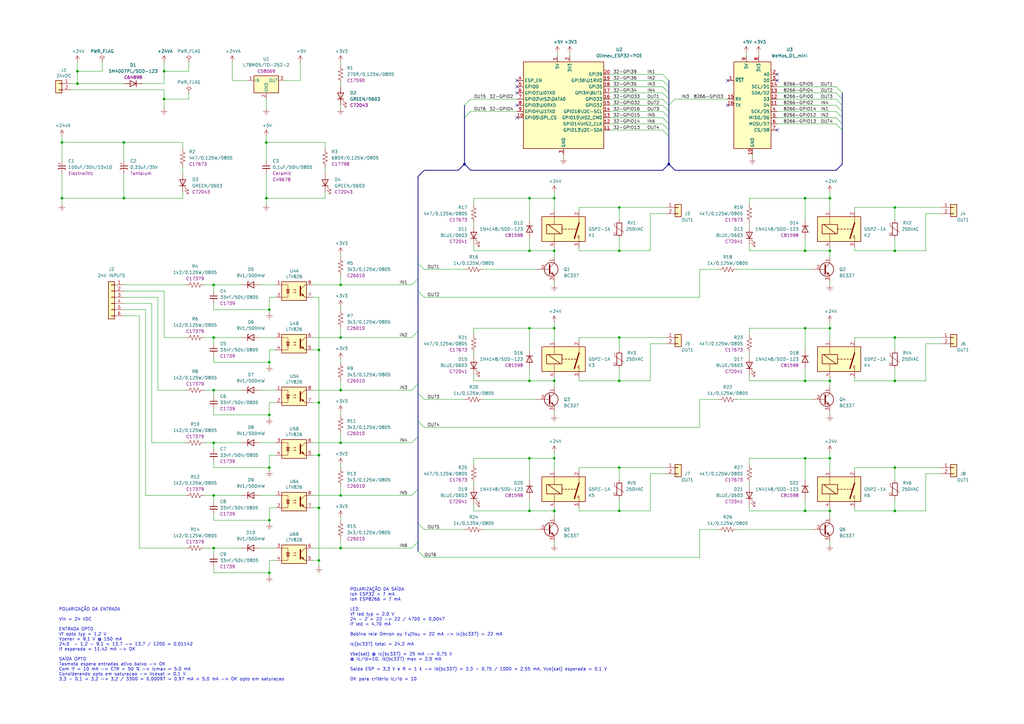
<source format=kicad_sch>
(kicad_sch (version 20211123) (generator eeschema)
  (paper "A3")
  (title_block (title "ESP 6 Relay Module") (date "2021-03-08") (rev "0.1"))
  (junction (at 130.81 229.87))
  (junction (at 367.03 191.77))
  (junction (at 130.81 186.69))
  (junction (at 217.17 156.21))
  (junction (at 217.17 102.87))
  (junction (at 254 156.21))
  (junction (at 139.7 138.43))
  (junction (at 227.33 187.96))
  (junction (at 330.2 81.28))
  (junction (at 130.81 143.51))
  (junction (at 139.7 160.02))
  (junction (at 217.17 187.96))
  (junction (at 340.36 134.62))
  (junction (at 227.33 156.21))
  (junction (at 109.22 58.42))
  (junction (at 340.36 81.28))
  (junction (at 190.5 67.31))
  (junction (at 139.7 181.61))
  (junction (at 50.8 58.42))
  (junction (at 330.2 102.87))
  (junction (at 254 209.55))
  (junction (at 31.75 34.29))
  (junction (at 367.03 209.55))
  (junction (at 67.31 29.21))
  (junction (at 50.8 81.28))
  (junction (at 254 85.09))
  (junction (at 340.36 156.21))
  (junction (at 110.49 148.59))
  (junction (at 110.49 213.36))
  (junction (at 330.2 134.62))
  (junction (at 139.7 116.84))
  (junction (at 227.33 209.55))
  (junction (at 87.63 160.02))
  (junction (at 254 138.43))
  (junction (at 367.03 102.87))
  (junction (at 139.7 224.79))
  (junction (at 110.49 234.95))
  (junction (at 330.2 209.55))
  (junction (at 25.4 81.28))
  (junction (at 130.81 165.1))
  (junction (at 217.17 81.28))
  (junction (at 254 102.87))
  (junction (at 367.03 138.43))
  (junction (at 110.49 127))
  (junction (at 274.32 67.31))
  (junction (at 367.03 85.09))
  (junction (at 217.17 209.55))
  (junction (at 254 191.77))
  (junction (at 87.63 116.84))
  (junction (at 330.2 187.96))
  (junction (at 340.36 187.96))
  (junction (at 340.36 102.87))
  (junction (at 330.2 156.21))
  (junction (at 25.4 58.42))
  (junction (at 87.63 203.2))
  (junction (at 139.7 203.2))
  (junction (at 87.63 224.79))
  (junction (at 110.49 170.18))
  (junction (at 31.75 29.21))
  (junction (at 217.17 134.62))
  (junction (at 227.33 102.87))
  (junction (at 87.63 138.43))
  (junction (at 109.22 81.28))
  (junction (at 130.81 208.28))
  (junction (at 340.36 209.55))
  (junction (at 110.49 191.77))
  (junction (at 227.33 134.62))
  (junction (at 67.31 40.64))
  (junction (at 367.03 156.21))
  (junction (at 87.63 181.61))
  (junction (at 227.33 81.28))
  (no_connect (at 212.09 43.18))
  (no_connect (at 318.77 33.02))
  (no_connect (at 212.09 33.02))
  (no_connect (at 318.77 30.48))
  (no_connect (at 212.09 35.56))
  (no_connect (at 298.45 43.18))
  (no_connect (at 298.45 33.02))
  (no_connect (at 212.09 48.26))
  (no_connect (at 212.09 38.1))
  (no_connect (at 318.77 53.34))
  (bus_entry (at 190.5 48.26) (size 2.54 -2.54))
  (bus_entry (at 171.45 107.95) (size 2.54 2.54))
  (bus_entry (at 168.91 160.02) (size 2.54 -2.54))
  (bus_entry (at 171.45 172.72) (size 2.54 2.54))
  (bus_entry (at 171.45 119.38) (size 2.54 2.54))
  (bus_entry (at 168.91 224.79) (size 2.54 -2.54))
  (bus_entry (at 342.9 35.56) (size 2.54 2.54))
  (bus_entry (at 274.32 43.18) (size 2.54 -2.54))
  (bus_entry (at 342.9 43.18) (size 2.54 2.54))
  (bus_entry (at 342.9 38.1) (size 2.54 2.54))
  (bus_entry (at 168.91 203.2) (size 2.54 -2.54))
  (bus_entry (at 271.78 45.72) (size 2.54 2.54))
  (bus_entry (at 168.91 181.61) (size 2.54 -2.54))
  (bus_entry (at 342.9 45.72) (size 2.54 2.54))
  (bus_entry (at 168.91 138.43) (size 2.54 -2.54))
  (bus_entry (at 271.78 50.8) (size 2.54 2.54))
  (bus_entry (at 190.5 43.18) (size 2.54 -2.54))
  (bus_entry (at 271.78 35.56) (size 2.54 2.54))
  (bus_entry (at 271.78 43.18) (size 2.54 2.54))
  (bus_entry (at 342.9 50.8) (size 2.54 2.54))
  (bus_entry (at 271.78 38.1) (size 2.54 2.54))
  (bus_entry (at 271.78 53.34) (size 2.54 2.54))
  (bus_entry (at 271.78 48.26) (size 2.54 2.54))
  (bus_entry (at 271.78 30.48) (size 2.54 2.54))
  (bus_entry (at 342.9 40.64) (size 2.54 2.54))
  (bus_entry (at 171.45 161.29) (size 2.54 2.54))
  (bus_entry (at 271.78 40.64) (size 2.54 2.54))
  (bus_entry (at 271.78 33.02) (size 2.54 2.54))
  (bus_entry (at 342.9 48.26) (size 2.54 2.54))
  (bus_entry (at 171.45 226.06) (size 2.54 2.54))
  (bus_entry (at 171.45 214.63) (size 2.54 2.54))
  (bus_entry (at 168.91 116.84) (size 2.54 -2.54))
  (bus (pts (xy 274.32 33.02) (xy 274.32 35.56)))
  (wire (pts (xy 25.4 83.82) (xy 25.4 81.28)))
  (wire (pts (xy 237.49 85.09) (xy 254 85.09)))
  (wire (pts (xy 379.73 140.97) (xy 379.73 156.21)))
  (wire (pts (xy 342.9 50.8) (xy 318.77 50.8)))
  (wire (pts (xy 318.77 48.26) (xy 342.9 48.26)))
  (wire (pts (xy 350.52 102.87) (xy 350.52 101.6)))
  (wire (pts (xy 83.82 116.84) (xy 87.63 116.84)))
  (wire (pts (xy 350.52 209.55) (xy 350.52 208.28)))
  (wire (pts (xy 271.78 45.72) (xy 250.19 45.72)))
  (wire (pts (xy 87.63 162.56) (xy 87.63 160.02)))
  (wire (pts (xy 228.6 22.86) (xy 228.6 21.59)))
  (bus (pts (xy 345.44 38.1) (xy 345.44 40.64)))
  (wire (pts (xy 139.7 168.91) (xy 139.7 170.18)))
  (wire (pts (xy 307.34 144.78) (xy 307.34 146.05)))
  (wire (pts (xy 109.22 83.82) (xy 109.22 81.28)))
  (wire (pts (xy 367.03 151.13) (xy 367.03 156.21)))
  (bus (pts (xy 345.44 50.8) (xy 345.44 53.34)))
  (wire (pts (xy 227.33 154.94) (xy 227.33 156.21)))
  (wire (pts (xy 173.99 175.26) (xy 287.02 175.26)))
  (wire (pts (xy 254 97.79) (xy 254 102.87)))
  (wire (pts (xy 254 102.87) (xy 237.49 102.87)))
  (wire (pts (xy 271.78 38.1) (xy 250.19 38.1)))
  (wire (pts (xy 62.23 181.61) (xy 76.2 181.61)))
  (wire (pts (xy 340.36 168.91) (xy 340.36 170.18)))
  (wire (pts (xy 139.7 203.2) (xy 168.91 203.2)))
  (wire (pts (xy 367.03 196.85) (xy 367.03 191.77)))
  (wire (pts (xy 307.34 81.28) (xy 330.2 81.28)))
  (wire (pts (xy 64.77 121.92) (xy 64.77 160.02)))
  (wire (pts (xy 87.63 170.18) (xy 110.49 170.18)))
  (wire (pts (xy 287.02 175.26) (xy 287.02 163.83)))
  (wire (pts (xy 113.03 165.1) (xy 110.49 165.1)))
  (wire (pts (xy 237.49 102.87) (xy 237.49 101.6)))
  (wire (pts (xy 110.49 170.18) (xy 110.49 171.45)))
  (wire (pts (xy 227.33 168.91) (xy 227.33 170.18)))
  (wire (pts (xy 109.22 71.12) (xy 109.22 81.28)))
  (bus (pts (xy 345.44 40.64) (xy 345.44 43.18)))
  (wire (pts (xy 113.03 186.69) (xy 110.49 186.69)))
  (wire (pts (xy 350.52 191.77) (xy 350.52 193.04)))
  (wire (pts (xy 194.31 134.62) (xy 194.31 137.16)))
  (wire (pts (xy 217.17 187.96) (xy 227.33 187.96)))
  (wire (pts (xy 254 191.77) (xy 273.05 191.77)))
  (wire (pts (xy 350.52 85.09) (xy 367.03 85.09)))
  (wire (pts (xy 62.23 124.46) (xy 62.23 181.61)))
  (wire (pts (xy 95.25 33.02) (xy 101.6 33.02)))
  (wire (pts (xy 50.8 119.38) (xy 67.31 119.38)))
  (wire (pts (xy 340.36 185.42) (xy 340.36 187.96)))
  (wire (pts (xy 110.49 148.59) (xy 110.49 149.86)))
  (wire (pts (xy 367.03 156.21) (xy 350.52 156.21)))
  (wire (pts (xy 128.27 224.79) (xy 139.7 224.79)))
  (wire (pts (xy 139.7 212.09) (xy 139.7 213.36)))
  (wire (pts (xy 139.7 35.56) (xy 139.7 34.29)))
  (wire (pts (xy 386.08 87.63) (xy 379.73 87.63)))
  (wire (pts (xy 116.84 33.02) (xy 123.19 33.02)))
  (wire (pts (xy 50.8 58.42) (xy 25.4 58.42)))
  (bus (pts (xy 190.5 67.31) (xy 193.04 69.85)))
  (wire (pts (xy 194.31 81.28) (xy 217.17 81.28)))
  (bus (pts (xy 274.32 45.72) (xy 274.32 48.26)))
  (wire (pts (xy 342.9 45.72) (xy 318.77 45.72)))
  (wire (pts (xy 307.34 209.55) (xy 330.2 209.55)))
  (wire (pts (xy 133.35 78.74) (xy 133.35 81.28)))
  (wire (pts (xy 139.7 116.84) (xy 168.91 116.84)))
  (wire (pts (xy 139.7 147.32) (xy 139.7 148.59)))
  (wire (pts (xy 50.8 81.28) (xy 25.4 81.28)))
  (wire (pts (xy 227.33 222.25) (xy 227.33 223.52)))
  (wire (pts (xy 318.77 38.1) (xy 342.9 38.1)))
  (wire (pts (xy 128.27 143.51) (xy 130.81 143.51)))
  (wire (pts (xy 194.31 100.33) (xy 194.31 102.87)))
  (wire (pts (xy 307.34 91.44) (xy 307.34 92.71)))
  (wire (pts (xy 106.68 224.79) (xy 113.03 224.79)))
  (wire (pts (xy 128.27 181.61) (xy 139.7 181.61)))
  (wire (pts (xy 367.03 191.77) (xy 386.08 191.77)))
  (wire (pts (xy 133.35 71.12) (xy 133.35 68.58)))
  (wire (pts (xy 227.33 185.42) (xy 227.33 187.96)))
  (wire (pts (xy 330.2 97.79) (xy 330.2 102.87)))
  (wire (pts (xy 254 90.17) (xy 254 85.09)))
  (wire (pts (xy 87.63 138.43) (xy 99.06 138.43)))
  (wire (pts (xy 109.22 66.04) (xy 109.22 58.42)))
  (wire (pts (xy 139.7 156.21) (xy 139.7 160.02)))
  (wire (pts (xy 266.7 87.63) (xy 266.7 102.87)))
  (wire (pts (xy 227.33 187.96) (xy 227.33 193.04)))
  (wire (pts (xy 254 196.85) (xy 254 191.77)))
  (wire (pts (xy 110.49 213.36) (xy 110.49 214.63)))
  (wire (pts (xy 330.2 90.17) (xy 330.2 81.28)))
  (wire (pts (xy 50.8 71.12) (xy 50.8 81.28)))
  (wire (pts (xy 198.12 110.49) (xy 219.71 110.49)))
  (wire (pts (xy 340.36 222.25) (xy 340.36 223.52)))
  (wire (pts (xy 318.77 43.18) (xy 342.9 43.18)))
  (wire (pts (xy 273.05 87.63) (xy 266.7 87.63)))
  (wire (pts (xy 217.17 143.51) (xy 217.17 134.62)))
  (bus (pts (xy 171.45 114.3) (xy 171.45 119.38)))
  (wire (pts (xy 83.82 138.43) (xy 87.63 138.43)))
  (wire (pts (xy 87.63 191.77) (xy 110.49 191.77)))
  (wire (pts (xy 311.15 21.59) (xy 311.15 22.86)))
  (wire (pts (xy 194.31 198.12) (xy 194.31 199.39)))
  (wire (pts (xy 87.63 148.59) (xy 110.49 148.59)))
  (wire (pts (xy 350.52 156.21) (xy 350.52 154.94)))
  (wire (pts (xy 139.7 190.5) (xy 139.7 191.77)))
  (wire (pts (xy 173.99 163.83) (xy 190.5 163.83)))
  (wire (pts (xy 367.03 138.43) (xy 386.08 138.43)))
  (wire (pts (xy 340.36 81.28) (xy 340.36 86.36)))
  (wire (pts (xy 110.49 143.51) (xy 110.49 148.59)))
  (wire (pts (xy 340.36 208.28) (xy 340.36 209.55)))
  (wire (pts (xy 340.36 78.74) (xy 340.36 81.28)))
  (wire (pts (xy 123.19 25.4) (xy 123.19 33.02)))
  (wire (pts (xy 217.17 151.13) (xy 217.17 156.21)))
  (bus (pts (xy 171.45 214.63) (xy 171.45 222.25)))
  (wire (pts (xy 67.31 34.29) (xy 67.31 29.21)))
  (wire (pts (xy 194.31 91.44) (xy 194.31 92.71)))
  (wire (pts (xy 110.49 229.87) (xy 110.49 234.95)))
  (wire (pts (xy 87.63 124.46) (xy 87.63 127)))
  (wire (pts (xy 87.63 167.64) (xy 87.63 170.18)))
  (wire (pts (xy 87.63 210.82) (xy 87.63 213.36)))
  (bus (pts (xy 274.32 43.18) (xy 274.32 45.72)))
  (wire (pts (xy 379.73 194.31) (xy 379.73 209.55)))
  (wire (pts (xy 330.2 196.85) (xy 330.2 187.96)))
  (wire (pts (xy 212.09 45.72) (xy 193.04 45.72)))
  (wire (pts (xy 139.7 134.62) (xy 139.7 138.43)))
  (wire (pts (xy 340.36 187.96) (xy 340.36 193.04)))
  (wire (pts (xy 130.81 121.92) (xy 130.81 143.51)))
  (wire (pts (xy 128.27 229.87) (xy 130.81 229.87)))
  (wire (pts (xy 87.63 232.41) (xy 87.63 234.95)))
  (wire (pts (xy 77.47 38.1) (xy 77.47 40.64)))
  (wire (pts (xy 64.77 160.02) (xy 76.2 160.02)))
  (wire (pts (xy 41.91 29.21) (xy 31.75 29.21)))
  (bus (pts (xy 274.32 53.34) (xy 274.32 55.88)))
  (wire (pts (xy 307.34 81.28) (xy 307.34 83.82)))
  (wire (pts (xy 307.34 100.33) (xy 307.34 102.87)))
  (wire (pts (xy 139.7 160.02) (xy 168.91 160.02)))
  (bus (pts (xy 274.32 48.26) (xy 274.32 50.8)))
  (bus (pts (xy 274.32 35.56) (xy 274.32 38.1)))
  (wire (pts (xy 302.26 163.83) (xy 332.74 163.83)))
  (wire (pts (xy 67.31 40.64) (xy 67.31 44.45)))
  (wire (pts (xy 58.42 34.29) (xy 67.31 34.29)))
  (wire (pts (xy 67.31 138.43) (xy 76.2 138.43)))
  (wire (pts (xy 109.22 55.88) (xy 109.22 58.42)))
  (wire (pts (xy 287.02 217.17) (xy 294.64 217.17)))
  (wire (pts (xy 139.7 220.98) (xy 139.7 224.79)))
  (wire (pts (xy 194.31 207.01) (xy 194.31 209.55)))
  (wire (pts (xy 193.04 40.64) (xy 212.09 40.64)))
  (wire (pts (xy 95.25 25.4) (xy 95.25 33.02)))
  (wire (pts (xy 350.52 85.09) (xy 350.52 86.36)))
  (wire (pts (xy 330.2 81.28) (xy 340.36 81.28)))
  (wire (pts (xy 110.49 165.1) (xy 110.49 170.18)))
  (wire (pts (xy 133.35 58.42) (xy 109.22 58.42)))
  (wire (pts (xy 379.73 209.55) (xy 367.03 209.55)))
  (wire (pts (xy 271.78 35.56) (xy 250.19 35.56)))
  (wire (pts (xy 330.2 204.47) (xy 330.2 209.55)))
  (wire (pts (xy 139.7 181.61) (xy 168.91 181.61)))
  (wire (pts (xy 130.81 208.28) (xy 130.81 229.87)))
  (wire (pts (xy 340.36 115.57) (xy 340.36 116.84)))
  (wire (pts (xy 340.36 102.87) (xy 340.36 105.41)))
  (wire (pts (xy 59.69 203.2) (xy 76.2 203.2)))
  (wire (pts (xy 110.49 234.95) (xy 110.49 236.22)))
  (wire (pts (xy 307.34 207.01) (xy 307.34 209.55)))
  (wire (pts (xy 194.31 81.28) (xy 194.31 83.82)))
  (bus (pts (xy 171.45 200.66) (xy 171.45 214.63)))
  (wire (pts (xy 330.2 143.51) (xy 330.2 134.62)))
  (wire (pts (xy 173.99 217.17) (xy 190.5 217.17)))
  (bus (pts (xy 171.45 72.39) (xy 171.45 107.95)))
  (wire (pts (xy 110.49 208.28) (xy 110.49 213.36)))
  (bus (pts (xy 276.86 69.85) (xy 342.9 69.85)))
  (wire (pts (xy 87.63 146.05) (xy 87.63 148.59)))
  (wire (pts (xy 139.7 199.39) (xy 139.7 203.2)))
  (wire (pts (xy 87.63 184.15) (xy 87.63 181.61)))
  (wire (pts (xy 271.78 43.18) (xy 250.19 43.18)))
  (wire (pts (xy 237.49 191.77) (xy 254 191.77)))
  (wire (pts (xy 106.68 116.84) (xy 113.03 116.84)))
  (wire (pts (xy 367.03 204.47) (xy 367.03 209.55)))
  (wire (pts (xy 367.03 97.79) (xy 367.03 102.87)))
  (wire (pts (xy 87.63 116.84) (xy 99.06 116.84)))
  (wire (pts (xy 340.36 156.21) (xy 340.36 158.75)))
  (wire (pts (xy 83.82 203.2) (xy 87.63 203.2)))
  (wire (pts (xy 74.93 58.42) (xy 50.8 58.42)))
  (wire (pts (xy 217.17 97.79) (xy 217.17 102.87)))
  (wire (pts (xy 130.81 229.87) (xy 130.81 232.41)))
  (wire (pts (xy 254 151.13) (xy 254 156.21)))
  (wire (pts (xy 139.7 25.4) (xy 139.7 26.67)))
  (wire (pts (xy 194.31 156.21) (xy 217.17 156.21)))
  (wire (pts (xy 318.77 40.64) (xy 342.9 40.64)))
  (wire (pts (xy 128.27 138.43) (xy 139.7 138.43)))
  (wire (pts (xy 307.34 198.12) (xy 307.34 199.39)))
  (wire (pts (xy 367.03 209.55) (xy 350.52 209.55)))
  (bus (pts (xy 171.45 222.25) (xy 171.45 226.06)))
  (wire (pts (xy 194.31 187.96) (xy 217.17 187.96)))
  (wire (pts (xy 379.73 102.87) (xy 367.03 102.87)))
  (wire (pts (xy 77.47 25.4) (xy 77.47 29.21)))
  (wire (pts (xy 173.99 228.6) (xy 287.02 228.6)))
  (bus (pts (xy 274.32 55.88) (xy 274.32 67.31)))
  (wire (pts (xy 367.03 102.87) (xy 350.52 102.87)))
  (wire (pts (xy 287.02 121.92) (xy 287.02 110.49)))
  (wire (pts (xy 237.49 138.43) (xy 254 138.43)))
  (wire (pts (xy 237.49 209.55) (xy 237.49 208.28)))
  (bus (pts (xy 345.44 48.26) (xy 345.44 50.8)))
  (bus (pts (xy 274.32 38.1) (xy 274.32 40.64)))
  (wire (pts (xy 227.33 134.62) (xy 227.33 139.7)))
  (wire (pts (xy 128.27 208.28) (xy 130.81 208.28)))
  (wire (pts (xy 139.7 125.73) (xy 139.7 127)))
  (wire (pts (xy 271.78 50.8) (xy 250.19 50.8)))
  (wire (pts (xy 307.34 134.62) (xy 330.2 134.62)))
  (wire (pts (xy 113.03 208.28) (xy 110.49 208.28)))
  (wire (pts (xy 227.33 102.87) (xy 227.33 105.41)))
  (bus (pts (xy 345.44 53.34) (xy 345.44 67.31)))
  (wire (pts (xy 237.49 156.21) (xy 237.49 154.94)))
  (wire (pts (xy 87.63 160.02) (xy 99.06 160.02)))
  (wire (pts (xy 227.33 156.21) (xy 227.33 158.75)))
  (wire (pts (xy 198.12 163.83) (xy 219.71 163.83)))
  (wire (pts (xy 302.26 217.17) (xy 332.74 217.17)))
  (wire (pts (xy 25.4 55.88) (xy 25.4 58.42)))
  (wire (pts (xy 25.4 81.28) (xy 25.4 71.12)))
  (wire (pts (xy 87.63 203.2) (xy 99.06 203.2)))
  (wire (pts (xy 307.34 102.87) (xy 330.2 102.87)))
  (wire (pts (xy 307.34 153.67) (xy 307.34 156.21)))
  (wire (pts (xy 83.82 181.61) (xy 87.63 181.61)))
  (wire (pts (xy 50.8 129.54) (xy 57.15 129.54)))
  (wire (pts (xy 57.15 224.79) (xy 76.2 224.79)))
  (bus (pts (xy 274.32 40.64) (xy 274.32 43.18)))
  (wire (pts (xy 74.93 78.74) (xy 74.93 81.28)))
  (wire (pts (xy 350.52 138.43) (xy 367.03 138.43)))
  (wire (pts (xy 266.7 140.97) (xy 266.7 156.21)))
  (wire (pts (xy 276.86 40.64) (xy 298.45 40.64)))
  (wire (pts (xy 50.8 124.46) (xy 62.23 124.46)))
  (wire (pts (xy 50.8 127) (xy 59.69 127)))
  (bus (pts (xy 271.78 69.85) (xy 274.32 67.31)))
  (wire (pts (xy 83.82 160.02) (xy 87.63 160.02)))
  (wire (pts (xy 139.7 43.18) (xy 139.7 44.45)))
  (wire (pts (xy 77.47 29.21) (xy 67.31 29.21)))
  (wire (pts (xy 128.27 165.1) (xy 130.81 165.1)))
  (wire (pts (xy 237.49 191.77) (xy 237.49 193.04)))
  (wire (pts (xy 139.7 177.8) (xy 139.7 181.61)))
  (bus (pts (xy 171.45 179.07) (xy 171.45 200.66)))
  (wire (pts (xy 340.36 154.94) (xy 340.36 156.21)))
  (wire (pts (xy 233.68 22.86) (xy 233.68 21.59)))
  (wire (pts (xy 367.03 85.09) (xy 386.08 85.09)))
  (wire (pts (xy 307.34 187.96) (xy 307.34 190.5)))
  (wire (pts (xy 227.33 115.57) (xy 227.33 116.84)))
  (wire (pts (xy 67.31 36.83) (xy 67.31 40.64)))
  (wire (pts (xy 379.73 87.63) (xy 379.73 102.87)))
  (wire (pts (xy 173.99 121.92) (xy 287.02 121.92)))
  (wire (pts (xy 87.63 213.36) (xy 110.49 213.36)))
  (wire (pts (xy 367.03 90.17) (xy 367.03 85.09)))
  (wire (pts (xy 74.93 71.12) (xy 74.93 68.58)))
  (wire (pts (xy 29.21 36.83) (xy 67.31 36.83)))
  (wire (pts (xy 254 156.21) (xy 237.49 156.21)))
  (wire (pts (xy 254 138.43) (xy 273.05 138.43)))
  (wire (pts (xy 271.78 33.02) (xy 250.19 33.02)))
  (wire (pts (xy 217.17 134.62) (xy 227.33 134.62)))
  (wire (pts (xy 340.36 209.55) (xy 340.36 212.09)))
  (wire (pts (xy 50.8 121.92) (xy 64.77 121.92)))
  (wire (pts (xy 217.17 102.87) (xy 227.33 102.87)))
  (wire (pts (xy 217.17 209.55) (xy 227.33 209.55)))
  (wire (pts (xy 130.81 165.1) (xy 130.81 186.69)))
  (wire (pts (xy 67.31 29.21) (xy 67.31 25.4)))
  (wire (pts (xy 307.34 134.62) (xy 307.34 137.16)))
  (wire (pts (xy 87.63 205.74) (xy 87.63 203.2)))
  (wire (pts (xy 330.2 134.62) (xy 340.36 134.62)))
  (bus (pts (xy 171.45 119.38) (xy 171.45 135.89)))
  (wire (pts (xy 227.33 101.6) (xy 227.33 102.87)))
  (bus (pts (xy 171.45 161.29) (xy 171.45 172.72)))
  (bus (pts (xy 274.32 50.8) (xy 274.32 53.34)))
  (bus (pts (xy 187.96 69.85) (xy 190.5 67.31)))
  (wire (pts (xy 194.31 102.87) (xy 217.17 102.87)))
  (wire (pts (xy 307.34 187.96) (xy 330.2 187.96)))
  (wire (pts (xy 110.49 191.77) (xy 110.49 193.04)))
  (wire (pts (xy 133.35 81.28) (xy 109.22 81.28)))
  (bus (pts (xy 193.04 69.85) (xy 271.78 69.85)))
  (wire (pts (xy 31.75 25.4) (xy 31.75 29.21)))
  (wire (pts (xy 194.31 144.78) (xy 194.31 146.05)))
  (wire (pts (xy 217.17 90.17) (xy 217.17 81.28)))
  (wire (pts (xy 287.02 163.83) (xy 294.64 163.83)))
  (bus (pts (xy 171.45 107.95) (xy 171.45 114.3)))
  (wire (pts (xy 367.03 143.51) (xy 367.03 138.43)))
  (bus (pts (xy 173.99 69.85) (xy 187.96 69.85)))
  (wire (pts (xy 266.7 194.31) (xy 266.7 209.55)))
  (wire (pts (xy 350.52 138.43) (xy 350.52 139.7)))
  (wire (pts (xy 77.47 40.64) (xy 67.31 40.64)))
  (wire (pts (xy 128.27 116.84) (xy 139.7 116.84)))
  (wire (pts (xy 194.31 153.67) (xy 194.31 156.21)))
  (wire (pts (xy 139.7 138.43) (xy 168.91 138.43)))
  (wire (pts (xy 217.17 196.85) (xy 217.17 187.96)))
  (wire (pts (xy 287.02 228.6) (xy 287.02 217.17)))
  (wire (pts (xy 254 85.09) (xy 273.05 85.09)))
  (bus (pts (xy 345.44 45.72) (xy 345.44 48.26)))
  (wire (pts (xy 139.7 113.03) (xy 139.7 116.84)))
  (wire (pts (xy 227.33 78.74) (xy 227.33 81.28)))
  (wire (pts (xy 113.03 229.87) (xy 110.49 229.87)))
  (wire (pts (xy 342.9 35.56) (xy 318.77 35.56)))
  (wire (pts (xy 386.08 194.31) (xy 379.73 194.31)))
  (bus (pts (xy 342.9 69.85) (xy 345.44 67.31)))
  (wire (pts (xy 128.27 121.92) (xy 130.81 121.92)))
  (wire (pts (xy 254 143.51) (xy 254 138.43)))
  (wire (pts (xy 87.63 227.33) (xy 87.63 224.79)))
  (bus (pts (xy 171.45 172.72) (xy 171.45 179.07)))
  (wire (pts (xy 25.4 58.42) (xy 25.4 66.04)))
  (wire (pts (xy 227.33 132.08) (xy 227.33 134.62)))
  (wire (pts (xy 130.81 186.69) (xy 130.81 208.28)))
  (wire (pts (xy 237.49 85.09) (xy 237.49 86.36)))
  (bus (pts (xy 274.32 67.31) (xy 276.86 69.85)))
  (bus (pts (xy 190.5 48.26) (xy 190.5 67.31)))
  (wire (pts (xy 173.99 110.49) (xy 190.5 110.49)))
  (wire (pts (xy 106.68 181.61) (xy 113.03 181.61)))
  (wire (pts (xy 110.49 186.69) (xy 110.49 191.77)))
  (wire (pts (xy 106.68 160.02) (xy 113.03 160.02)))
  (wire (pts (xy 330.2 209.55) (xy 340.36 209.55)))
  (wire (pts (xy 194.31 209.55) (xy 217.17 209.55)))
  (wire (pts (xy 330.2 187.96) (xy 340.36 187.96)))
  (wire (pts (xy 231.14 64.77) (xy 231.14 63.5)))
  (wire (pts (xy 41.91 25.4) (xy 41.91 29.21)))
  (wire (pts (xy 83.82 224.79) (xy 87.63 224.79)))
  (wire (pts (xy 254 209.55) (xy 237.49 209.55)))
  (wire (pts (xy 237.49 138.43) (xy 237.49 139.7)))
  (wire (pts (xy 271.78 40.64) (xy 250.19 40.64)))
  (wire (pts (xy 87.63 224.79) (xy 99.06 224.79)))
  (bus (pts (xy 171.45 157.48) (xy 171.45 161.29)))
  (wire (pts (xy 128.27 160.02) (xy 139.7 160.02)))
  (wire (pts (xy 50.8 116.84) (xy 76.2 116.84)))
  (wire (pts (xy 330.2 156.21) (xy 340.36 156.21)))
  (wire (pts (xy 74.93 81.28) (xy 50.8 81.28)))
  (wire (pts (xy 194.31 134.62) (xy 217.17 134.62)))
  (wire (pts (xy 307.34 156.21) (xy 330.2 156.21)))
  (wire (pts (xy 266.7 209.55) (xy 254 209.55)))
  (wire (pts (xy 113.03 143.51) (xy 110.49 143.51)))
  (wire (pts (xy 31.75 29.21) (xy 31.75 34.29)))
  (wire (pts (xy 87.63 140.97) (xy 87.63 138.43)))
  (wire (pts (xy 31.75 34.29) (xy 50.8 34.29)))
  (wire (pts (xy 87.63 181.61) (xy 99.06 181.61)))
  (wire (pts (xy 87.63 234.95) (xy 110.49 234.95)))
  (wire (pts (xy 340.36 134.62) (xy 340.36 139.7)))
  (wire (pts (xy 227.33 209.55) (xy 227.33 212.09)))
  (wire (pts (xy 273.05 194.31) (xy 266.7 194.31)))
  (wire (pts (xy 128.27 186.69) (xy 130.81 186.69)))
  (wire (pts (xy 254 204.47) (xy 254 209.55)))
  (wire (pts (xy 217.17 81.28) (xy 227.33 81.28)))
  (wire (pts (xy 287.02 110.49) (xy 294.64 110.49)))
  (wire (pts (xy 87.63 119.38) (xy 87.63 116.84)))
  (wire (pts (xy 87.63 189.23) (xy 87.63 191.77)))
  (wire (pts (xy 128.27 203.2) (xy 139.7 203.2)))
  (wire (pts (xy 330.2 151.13) (xy 330.2 156.21)))
  (wire (pts (xy 250.19 30.48) (xy 271.78 30.48)))
  (wire (pts (xy 266.7 102.87) (xy 254 102.87)))
  (wire (pts (xy 130.81 143.51) (xy 130.81 165.1)))
  (wire (pts (xy 113.03 121.92) (xy 110.49 121.92)))
  (bus (pts (xy 171.45 72.39) (xy 173.99 69.85)))
  (bus (pts (xy 190.5 43.18) (xy 190.5 48.26)))
  (wire (pts (xy 306.07 21.59) (xy 306.07 22.86)))
  (wire (pts (xy 29.21 34.29) (xy 31.75 34.29)))
  (wire (pts (xy 110.49 121.92) (xy 110.49 127)))
  (wire (pts (xy 227.33 81.28) (xy 227.33 86.36)))
  (wire (pts (xy 340.36 101.6) (xy 340.36 102.87)))
  (wire (pts (xy 350.52 191.77) (xy 367.03 191.77)))
  (wire (pts (xy 386.08 140.97) (xy 379.73 140.97)))
  (wire (pts (xy 217.17 204.47) (xy 217.17 209.55)))
  (wire (pts (xy 57.15 129.54) (xy 57.15 224.79)))
  (wire (pts (xy 266.7 156.21) (xy 254 156.21)))
  (wire (pts (xy 340.36 132.08) (xy 340.36 134.62)))
  (bus (pts (xy 171.45 135.89) (xy 171.45 157.48)))
  (wire (pts (xy 109.22 40.64) (xy 109.22 44.45)))
  (wire (pts (xy 106.68 203.2) (xy 113.03 203.2)))
  (wire (pts (xy 50.8 66.04) (xy 50.8 58.42)))
  (wire (pts (xy 217.17 156.21) (xy 227.33 156.21)))
  (wire (pts (xy 271.78 53.34) (xy 250.19 53.34)))
  (wire (pts (xy 67.31 119.38) (xy 67.31 138.43)))
  (wire (pts (xy 302.26 110.49) (xy 332.74 110.49)))
  (wire (pts (xy 273.05 140.97) (xy 266.7 140.97)))
  (wire (pts (xy 74.93 60.96) (xy 74.93 58.42)))
  (bus (pts (xy 345.44 43.18) (xy 345.44 45.72)))
  (wire (pts (xy 59.69 127) (xy 59.69 203.2)))
  (wire (pts (xy 106.68 138.43) (xy 113.03 138.43)))
  (wire (pts (xy 87.63 127) (xy 110.49 127)))
  (wire (pts (xy 110.49 127) (xy 110.49 128.27)))
  (wire (pts (xy 227.33 208.28) (xy 227.33 209.55)))
  (wire (pts (xy 330.2 102.87) (xy 340.36 102.87)))
  (wire (pts (xy 308.61 63.5) (xy 308.61 64.77)))
  (wire (pts (xy 133.35 60.96) (xy 133.35 58.42)))
  (wire (pts (xy 194.31 187.96) (xy 194.31 190.5)))
  (wire (pts (xy 271.78 48.26) (xy 250.19 48.26)))
  (wire (pts (xy 139.7 224.79) (xy 168.91 224.79)))
  (wire (pts (xy 379.73 156.21) (xy 367.03 156.21)))
  (wire (pts (xy 198.12 217.17) (xy 219.71 217.17)))
  (wire (pts (xy 139.7 104.14) (xy 139.7 105.41)))
  (text "POLARIZAÇÃO DA ENTRADA\n\nVin = 24 VDC\n\nENTRADA OPTO\nVf opto typ = 1,2 V\nVzener = 9,1 V @ 150 mA\n24,0  - 1,2 - 9,1 = 13,7 -> 13,7 / 1200 = 0,01142\nIf esperada = 11,42 mA -> OK\n\nSAÍDA OPTO\nTasmota espera entradas ativo baixo -> OK\nCom If = 10 mA -> CTR = 50 % -> Icmax = 5,0 mA\nConsiderando opto em saturacao -> Vcesat = 0,1 V\n3,3 - 0,1 = 3,2 -> 3,2 / 3300 = 0,00097 = 0,97 mA < 5,0 mA -> OK opto em saturacao\n" (at 24.13 279.4 0) (effects (font (size 1.27 1.27)) (justify left bottom)))
  (text "POLARIZAÇÃO DA SAÍDA\nIoh ESP32 = ? mA\nIoh ESP8266 = ? mA \n\nLED\nVf led typ = 2,0 V\n24 - 2 = 22 -> 22 / 4700 = 0,0047\nIf led = 4,70 mA\n\nBobina rele Omron ou Fujitsu = 22 mA -> Ic(bc337) = 22 mA\n\nIc(bc337) total = 24,2 mA\n\nVbe(sat) @ Ic(bc337) = 25 mA -> 0,75 V\n@ Ic/Ib=10, Ib(bc337) max = 2,5 mA\n\nSaida ESP = 3,3 V e R = 1 k -> Ib(bc337) = 3,3 - 0,75 / 1000 = 2,55 mA, Vce(sat) esperada = 0,1 V\n\nOK para critério Ic/Ib = 10" (at 143.51 279.4 0) (effects (font (size 1.27 1.27)) (justify left bottom)))
  (label "OUT6" (at 194.31 45.72 0))
  (label "8266-GPIO5" (at 321.31 35.56 0))
  (label "32-GPIO33" (at 251.46 40.64 0))
  (label "32-GPI36" (at 251.46 33.02 0))
  (label "OUT2" (at 175.26 121.92 0))
  (label "IN4" (at 265.43 38.1 0))
  (label "8266-GPIO0" (at 321.31 40.64 0))
  (label "IN3" (at 265.43 35.56 0))
  (label "32-GPIO13" (at 251.46 53.34 0))
  (label "8266-GPIO12" (at 321.31 48.26 0))
  (label "8266-GPIO14" (at 321.31 45.72 0))
  (label "OUT5" (at 194.31 40.64 0))
  (label "IN1" (at 265.43 30.48 0))
  (label "IN2" (at 163.83 138.43 0))
  (label "8266-GPIO3" (at 284.48 40.64 0))
  (label "IN4" (at 163.83 181.61 0))
  (label "IN5" (at 163.83 203.2 0))
  (label "OUT4" (at 336.55 50.8 0))
  (label "OUT3" (at 265.43 45.72 0))
  (label "32-GPIO2" (at 200.66 40.64 0))
  (label "IN3" (at 279.4 40.64 0))
  (label "IN6" (at 265.43 50.8 0))
  (label "OUT5" (at 175.26 217.17 0))
  (label "32-GPI39" (at 251.46 30.48 0))
  (label "32-GPIO14" (at 251.46 50.8 0))
  (label "IN3" (at 163.83 160.02 0))
  (label "IN1" (at 163.83 116.84 0))
  (label "OUT1" (at 265.43 40.64 0))
  (label "32-GPIO32" (at 251.46 43.18 0))
  (label "32-GPIO15" (at 251.46 48.26 0))
  (label "OUT4" (at 175.26 175.26 0))
  (label "OUT2" (at 336.55 38.1 0))
  (label "IN4" (at 336.55 43.18 0))
  (label "8266-GPIO4" (at 321.31 38.1 0))
  (label "IN2" (at 336.55 48.26 0))
  (label "32-GPI34" (at 251.46 38.1 0))
  (label "IN1" (at 336.55 45.72 0))
  (label "OUT4" (at 265.43 53.34 0))
  (label "8266-GPIO2" (at 321.31 43.18 0))
  (label "IN5" (at 265.43 48.26 0))
  (label "32-GPI35" (at 251.46 35.56 0))
  (label "8266-GPIO13" (at 321.31 50.8 0))
  (label "OUT3" (at 336.55 40.64 0))
  (label "OUT3" (at 175.26 163.83 0))
  (label "IN6" (at 163.83 224.79 0))
  (label "IN2" (at 265.43 33.02 0))
  (label "OUT6" (at 173.99 228.6 0))
  (label "32-GPIO4" (at 200.66 45.72 0))
  (label "32-GPIO16" (at 251.46 45.72 0))
  (label "OUT1" (at 175.26 110.49 0))
  (label "OUT2" (at 265.43 43.18 0))
  (label "OUT1" (at 336.55 35.56 0))
  (symbol (lib_id "Device:R_US") (at 194.31 110.49 270) (unit 1)
    (property "Reference" "R16" (at 194.31 105.41 90))
    (property "Value" "1k/0,125W/0805" (at 194.31 107.95 90))
    (property "Footprint" "Tales:R_0805_2012Metric" (effects hide))
    (property "Case" "0805/2012" (effects hide))
    (property "Mfr" "Uniroyal" (effects hide))
    (property "Mfr PN" "0805W8F1001T5E" (effects hide))
    (property "Vendor" "JLCPCB" (effects hide))
    (property "Vendor PN" "C17513" (effects hide))
    (property "LCSC Part" "C17513" (effects hide))
    (property "JLCPCB BOM" "1" (effects hide))
  )
  (symbol (lib_id "Device:R_US") (at 80.01 116.84 270) (unit 1)
    (property "Reference" "R4" (at 80.01 109.22 90))
    (property "Value" "1k2/0,125W/0805" (at 80.01 111.76 90))
    (property "Footprint" "Tales:R_0805_2012Metric" (effects hide))
    (property "Case" "0805/2012" (effects hide))
    (property "Mfr" "Uniroyal" (effects hide))
    (property "Vendor" "JLCPCB" (effects hide))
    (property "Mfr PN" "0805W8F1201T5E" (effects hide))
    (property "Vendor PN" "C17379" (effects hide))
    (property "LCSC Part" "C17379" (at 80.01 114.3 90))
    (property "JLCPCB BOM" "1" (effects hide))
  )
  (symbol (lib_id "Device:R_US") (at 74.93 64.77 0) (unit 1)
    (property "Reference" "R2" (at 77.47 62.23 0) (effects (justify left)))
    (property "Value" "4k7/0,125W/0805" (at 77.47 64.77 0) (effects (justify left)))
    (property "Footprint" "Tales:R_0805_2012Metric" (effects hide))
    (property "Case" "0805/2012" (effects hide))
    (property "Mfr" "Uniroyal" (effects hide))
    (property "Mfr PN" "0805W8F4701T5E" (effects hide))
    (property "Vendor" "JLCPCB" (effects hide))
    (property "Vendor PN" "C17673" (effects hide))
    (property "LCSC Part" "C17673" (at 77.47 67.31 0) (effects (justify left)))
    (property "JLCPCB BOM" "1" (effects hide))
  )
  (symbol (lib_id "Device:D") (at 54.61 34.29 180) (unit 1)
    (property "Reference" "D1" (at 54.61 26.67 0))
    (property "Value" "SM4007PL/SOD-123" (at 54.61 29.21 0))
    (property "Footprint" "Tales:D_SOD-123" (effects hide))
    (property "Case" "SOD-123FL" (effects hide))
    (property "Mfr" "MDD" (effects hide))
    (property "Mfr PN" "SM4007PL" (effects hide))
    (property "Vendor" "JLCPCB" (effects hide))
    (property "Vendor PN" "C64898" (effects hide))
    (property "LCSC Part" "C64898" (at 54.61 31.75 0))
    (property "JLCPCB BOM" "1" (effects hide))
  )
  (symbol (lib_id "Regulator_Linear:L7805") (at 109.22 33.02 0) (unit 1)
    (property "Reference" "U1" (at 109.22 24.13 0))
    (property "Value" "L78M05/TO-252-2" (at 109.22 26.67 0))
    (property "Footprint" "Tales:TO-252-2" (effects hide))
    (property "Case" "TO-252-2" (effects hide))
    (property "Mfr" "ST Micro" (effects hide))
    (property "Mfr PN" "L78M05ABDT-TR" (effects hide))
    (property "Vendor" "JLCPCB" (effects hide))
    (property "Vendor PN" "C58069" (effects hide))
    (property "LCSC Part" "C58069" (at 109.22 29.21 0))
    (property "JLCPCB BOM" "1" (effects hide))
  )
  (symbol (lib_id "Tales:Olimex_ESP32-POE") (at 231.14 43.18 0) (unit 1)
    (property "Reference" "U2" (at 254 20.32 0))
    (property "Value" "Olimex_ESP32-POE" (at 254 22.86 0))
    (property "Footprint" "Tales:Olimex_ESP32-POE_Pads" (effects hide))
    (property "Mfr" "Olimex" (effects hide))
    (property "Mfr PN" "ESP32-POE" (effects hide))
    (property "Vendor" "Mouser" (effects hide))
    (property "Vendor PN" "909-ESP32-POE" (effects hide))
    (property "JLCPCB BOM" "0" (effects hide))
  )
  (symbol (lib_id "Device:D_Zener") (at 102.87 116.84 0) (unit 1)
    (property "Reference" "D5" (at 102.87 110.49 0))
    (property "Value" "9V1/500mW" (at 102.87 113.03 0))
    (property "Footprint" "Tales:D_SOD-323" (effects hide))
    (property "Case" "SOD-323-2" (effects hide))
    (property "Mfr" "On Semiconductor" (effects hide))
    (property "Mfr PN" "MM3Z9V1T1G" (effects hide))
    (property "Vendor" "Mouser" (effects hide))
    (property "Vendor PN" "863-MM3Z9V1T1G" (effects hide))
    (property "JLCPCB BOM" "0" (effects hide))
  )
  (symbol (lib_id "power:+5V") (at 109.22 55.88 0) (unit 1)
    (property "Reference" "#PWR013" (effects hide))
    (property "Value" "+5V" (at 109.601 51.4858 0))
  )
  (symbol (lib_id "power:+3.3V") (at 139.7 25.4 0) (unit 1)
    (property "Reference" "#PWR08" (effects hide))
    (property "Value" "+3.3V" (at 140.081 21.0058 0))
  )
  (symbol (lib_id "power:GNDREF") (at 109.22 83.82 0) (unit 1)
    (property "Reference" "#PWR019" (effects hide))
    (property "Value" "GNDREF" (effects hide))
  )
  (symbol (lib_id "power:GNDREF") (at 139.7 44.45 0) (unit 1)
    (property "Reference" "#PWR011" (effects hide))
    (property "Value" "GNDREF" (effects hide))
  )
  (symbol (lib_id "power:GNDREF") (at 110.49 128.27 0) (unit 1)
    (property "Reference" "#PWR024" (effects hide))
    (property "Value" "GNDREF" (effects hide))
  )
  (symbol (lib_id "Device:R_US") (at 80.01 138.43 270) (unit 1)
    (property "Reference" "R6" (at 80.01 130.81 90))
    (property "Value" "1k2/0,125W/0805" (at 80.01 133.35 90))
    (property "Footprint" "Tales:R_0805_2012Metric" (effects hide))
    (property "Case" "0805/2012" (effects hide))
    (property "Mfr" "Uniroyal" (effects hide))
    (property "Vendor" "JLCPCB" (effects hide))
    (property "Mfr PN" "0805W8F1201T5E" (effects hide))
    (property "Vendor PN" "C17379" (effects hide))
    (property "LCSC Part" "C17379" (at 80.01 135.89 90))
    (property "JLCPCB BOM" "1" (effects hide))
  )
  (symbol (lib_id "Device:C_Small") (at 87.63 143.51 0) (unit 1)
    (property "Reference" "C5" (at 90.17 140.97 0) (effects (justify left)))
    (property "Value" "33nF/50V/0805" (at 90.17 143.51 0) (effects (justify left)))
    (property "Footprint" "Tales:C_0805_2012Metric" (effects hide))
    (property "Technology" "Ceramic" (effects hide))
    (property "Case" "0805/2012" (effects hide))
    (property "Mfr" "FH" (effects hide))
    (property "Mfr PN" "0805B333K500NT" (effects hide))
    (property "Vendor" "JLCPCB" (effects hide))
    (property "Vendor PN" "C1739" (effects hide))
    (property "LCSC Part" "C1739" (at 90.17 146.05 0) (effects (justify left)))
    (property "JLCPCB BOM" "1" (effects hide))
  )
  (symbol (lib_id "Device:D_Zener") (at 102.87 138.43 0) (unit 1)
    (property "Reference" "D6" (at 102.87 132.08 0))
    (property "Value" "9V1/500mW" (at 102.87 134.62 0))
    (property "Footprint" "Tales:D_SOD-323" (effects hide))
    (property "Case" "SOD-323-2" (effects hide))
    (property "Mfr" "On Semiconductor" (effects hide))
    (property "Mfr PN" "MM3Z9V1T1G" (effects hide))
    (property "Vendor" "Mouser" (effects hide))
    (property "Vendor PN" "863-MM3Z9V1T1G" (effects hide))
    (property "JLCPCB BOM" "0" (effects hide))
  )
  (symbol (lib_id "power:GNDREF") (at 110.49 149.86 0) (unit 1)
    (property "Reference" "#PWR028" (effects hide))
    (property "Value" "GNDREF" (effects hide))
  )
  (symbol (lib_id "power:PWR_FLAG") (at 77.47 25.4 0) (unit 1)
    (property "Reference" "#FLG01" (effects hide))
    (property "Value" "PWR_FLAG" (at 77.47 21.0058 0))
  )
  (symbol (lib_id "power:PWR_FLAG") (at 77.47 38.1 0) (unit 1)
    (property "Reference" "#FLG02" (effects hide))
    (property "Value" "PWR_FLAG" (at 77.47 33.7058 0))
  )
  (symbol (lib_id "Device:LED") (at 194.31 96.52 90) (unit 1)
    (property "Reference" "D11" (at 191.77 93.98 90) (effects (justify left)))
    (property "Value" "BLUE/0603" (at 191.77 96.52 90) (effects (justify left)))
    (property "Footprint" "Tales:LED_0603_1608Metric" (effects hide))
    (property "Case" "0603" (effects hide))
    (property "Mfr" "Everlight" (effects hide))
    (property "Mfr PN" "19-217/BHC-ZL1M2RY/3T" (effects hide))
    (property "Vendor" "JLCPCB" (effects hide))
    (property "Vendor PN" "C72041" (effects hide))
    (property "LCSC Part" "C72041" (at 191.77 99.06 90) (effects (justify left)))
    (property "JLCPCB BOM" "1" (effects hide))
  )
  (symbol (lib_id "Device:R_US") (at 194.31 87.63 0) (unit 1)
    (property "Reference" "R17" (at 191.77 85.09 0) (effects (justify right)))
    (property "Value" "4k7/0,125W/0805" (at 191.77 87.63 0) (effects (justify right)))
    (property "Footprint" "Tales:R_0805_2012Metric" (effects hide))
    (property "Case" "0805/2012" (effects hide))
    (property "Mfr" "Uniroyal" (effects hide))
    (property "Vendor" "JLCPCB" (effects hide))
    (property "Mfr PN" "0805W8F4701T5E" (effects hide))
    (property "Vendor PN" "C17673" (effects hide))
    (property "LCSC Part" "C17673" (at 191.77 90.17 0) (effects (justify right)))
    (property "JLCPCB BOM" "1" (effects hide))
  )
  (symbol (lib_id "Device:R_US") (at 80.01 160.02 270) (unit 1)
    (property "Reference" "R8" (at 80.01 152.4 90))
    (property "Value" "1k2/0,125W/0805" (at 80.01 154.94 90))
    (property "Footprint" "Tales:R_0805_2012Metric" (effects hide))
    (property "Case" "0805/2012" (effects hide))
    (property "Mfr" "Uniroyal" (effects hide))
    (property "Vendor" "JLCPCB" (effects hide))
    (property "Mfr PN" "0805W8F1201T5E" (effects hide))
    (property "Vendor PN" "C17379" (effects hide))
    (property "LCSC Part" "C17379" (at 80.01 157.48 90))
    (property "JLCPCB BOM" "1" (effects hide))
  )
  (symbol (lib_id "Device:C_Small") (at 87.63 165.1 0) (unit 1)
    (property "Reference" "C6" (at 90.17 162.56 0) (effects (justify left)))
    (property "Value" "33nF/50V/0805" (at 90.17 165.1 0) (effects (justify left)))
    (property "Footprint" "Tales:C_0805_2012Metric" (effects hide))
    (property "Technology" "Ceramic" (effects hide))
    (property "Case" "0805/2012" (effects hide))
    (property "Mfr" "FH" (effects hide))
    (property "Mfr PN" "0805B333K500NT" (effects hide))
    (property "Vendor" "JLCPCB" (effects hide))
    (property "Vendor PN" "C1739" (effects hide))
    (property "LCSC Part" "C1739" (at 90.17 167.64 0) (effects (justify left)))
    (property "JLCPCB BOM" "1" (effects hide))
  )
  (symbol (lib_id "Device:D_Zener") (at 102.87 160.02 0) (unit 1)
    (property "Reference" "D7" (at 102.87 153.67 0))
    (property "Value" "9V1/500mW" (at 102.87 156.21 0))
    (property "Footprint" "Tales:D_SOD-323" (effects hide))
    (property "Case" "SOD-323-2" (effects hide))
    (property "Mfr" "On Semiconductor" (effects hide))
    (property "Mfr PN" "MM3Z9V1T1G" (effects hide))
    (property "Vendor" "Mouser" (effects hide))
    (property "Vendor PN" "863-MM3Z9V1T1G" (effects hide))
    (property "JLCPCB BOM" "0" (effects hide))
  )
  (symbol (lib_id "power:GNDREF") (at 110.49 171.45 0) (unit 1)
    (property "Reference" "#PWR032" (effects hide))
    (property "Value" "GNDREF" (effects hide))
  )
  (symbol (lib_id "Device:R_US") (at 80.01 181.61 270) (unit 1)
    (property "Reference" "R10" (at 80.01 173.99 90))
    (property "Value" "1k2/0,125W/0805" (at 80.01 176.53 90))
    (property "Footprint" "Tales:R_0805_2012Metric" (effects hide))
    (property "Case" "0805/2012" (effects hide))
    (property "Mfr" "Uniroyal" (effects hide))
    (property "Vendor" "JLCPCB" (effects hide))
    (property "Mfr PN" "0805W8F1201T5E" (effects hide))
    (property "Vendor PN" "C17379" (effects hide))
    (property "LCSC Part" "C17379" (at 80.01 179.07 90))
    (property "JLCPCB BOM" "1" (effects hide))
  )
  (symbol (lib_id "Device:C_Small") (at 87.63 186.69 0) (unit 1)
    (property "Reference" "C7" (at 90.17 184.15 0) (effects (justify left)))
    (property "Value" "33nF/50V/0805" (at 90.17 186.69 0) (effects (justify left)))
    (property "Footprint" "Tales:C_0805_2012Metric" (effects hide))
    (property "Technology" "Ceramic" (effects hide))
    (property "Case" "0805/2012" (effects hide))
    (property "Mfr" "FH" (effects hide))
    (property "Mfr PN" "0805B333K500NT" (effects hide))
    (property "Vendor" "JLCPCB" (effects hide))
    (property "Vendor PN" "C1739" (effects hide))
    (property "LCSC Part" "C1739" (at 90.17 189.23 0) (effects (justify left)))
    (property "JLCPCB BOM" "1" (effects hide))
  )
  (symbol (lib_id "Device:D_Zener") (at 102.87 181.61 0) (unit 1)
    (property "Reference" "D8" (at 102.87 175.26 0))
    (property "Value" "9V1/500mW" (at 102.87 177.8 0))
    (property "Footprint" "Tales:D_SOD-323" (effects hide))
    (property "Case" "SOD-323-2" (effects hide))
    (property "Mfr" "On Semiconductor" (effects hide))
    (property "Mfr PN" "MM3Z9V1T1G" (effects hide))
    (property "Vendor" "Mouser" (effects hide))
    (property "Vendor PN" "863-MM3Z9V1T1G" (effects hide))
    (property "JLCPCB BOM" "0" (effects hide))
  )
  (symbol (lib_id "power:GNDREF") (at 110.49 193.04 0) (unit 1)
    (property "Reference" "#PWR036" (effects hide))
    (property "Value" "GNDREF" (effects hide))
  )
  (symbol (lib_id "Device:D") (at 330.2 93.98 270) (unit 1)
    (property "Reference" "D14" (at 327.66 91.44 90) (effects (justify right)))
    (property "Value" "1N4148/SOD-123" (at 327.66 93.98 90) (effects (justify right)))
    (property "Footprint" "Tales:D_SOD-123" (effects hide))
    (property "Vendor" "JLCPCB" (effects hide))
    (property "Case" "SOD-123" (effects hide))
    (property "Mfr" "Semtech" (effects hide))
    (property "Mfr PN" "1N4148W" (effects hide))
    (property "Vendor PN" "C81598" (effects hide))
    (property "LCSC Part" "C81598" (at 327.66 96.52 90) (effects (justify right)))
    (property "JLCPCB BOM" "1" (effects hide))
  )
  (symbol (lib_id "Device:D") (at 217.17 147.32 270) (unit 1)
    (property "Reference" "D16" (at 214.63 144.78 90) (effects (justify right)))
    (property "Value" "1N4148/SOD-123" (at 214.63 147.32 90) (effects (justify right)))
    (property "Footprint" "Tales:D_SOD-123" (effects hide))
    (property "Vendor" "JLCPCB" (effects hide))
    (property "Case" "SOD-123" (effects hide))
    (property "Mfr" "Semtech" (effects hide))
    (property "Mfr PN" "1N4148W" (effects hide))
    (property "Vendor PN" "C81598" (effects hide))
    (property "LCSC Part" "C81598" (at 214.63 149.86 90) (effects (justify right)))
    (property "JLCPCB BOM" "1" (effects hide))
  )
  (symbol (lib_id "Device:D") (at 330.2 147.32 270) (unit 1)
    (property "Reference" "D18" (at 327.66 144.78 90) (effects (justify right)))
    (property "Value" "1N4148/SOD-123" (at 327.66 147.32 90) (effects (justify right)))
    (property "Footprint" "Tales:D_SOD-123" (effects hide))
    (property "Vendor" "JLCPCB" (effects hide))
    (property "Case" "SOD-123" (effects hide))
    (property "Mfr" "Semtech" (effects hide))
    (property "Mfr PN" "1N4148W" (effects hide))
    (property "Vendor PN" "C81598" (effects hide))
    (property "LCSC Part" "C81598" (at 327.66 149.86 90) (effects (justify right)))
    (property "JLCPCB BOM" "1" (effects hide))
  )
  (symbol (lib_id "Device:D") (at 217.17 200.66 270) (unit 1)
    (property "Reference" "D20" (at 214.63 198.12 90) (effects (justify right)))
    (property "Value" "1N4148/SOD-123" (at 214.63 200.66 90) (effects (justify right)))
    (property "Footprint" "Tales:D_SOD-123" (effects hide))
    (property "Vendor" "JLCPCB" (effects hide))
    (property "Case" "SOD-123" (effects hide))
    (property "Mfr" "Semtech" (effects hide))
    (property "Mfr PN" "1N4148W" (effects hide))
    (property "Vendor PN" "C81598" (effects hide))
    (property "LCSC Part" "C81598" (at 214.63 203.2 90) (effects (justify right)))
    (property "JLCPCB BOM" "1" (effects hide))
  )
  (symbol (lib_id "Device:D") (at 330.2 200.66 270) (unit 1)
    (property "Reference" "D22" (at 327.66 198.12 90) (effects (justify right)))
    (property "Value" "1N4148/SOD-123" (at 327.66 200.66 90) (effects (justify right)))
    (property "Footprint" "Tales:D_SOD-123" (effects hide))
    (property "Vendor" "JLCPCB" (effects hide))
    (property "Case" "SOD-123" (effects hide))
    (property "Mfr" "Semtech" (effects hide))
    (property "Mfr PN" "1N4148W" (effects hide))
    (property "Vendor PN" "C81598" (effects hide))
    (property "LCSC Part" "C81598" (at 327.66 203.2 90) (effects (justify right)))
    (property "JLCPCB BOM" "1" (effects hide))
  )
  (symbol (lib_id "MCU_Module:WeMos_D1_mini") (at 308.61 43.18 0) (unit 1)
    (property "Reference" "U3" (at 323.85 20.32 0))
    (property "Value" "WeMos_D1_mini" (at 323.85 22.86 0))
    (property "Footprint" "Tales:WEMOS_D1_mini_light_pads" (effects hide))
    (property "Mfr" "Wemos" (effects hide))
    (property "Mfr PN" "D1 Mini Node MCU" (effects hide))
    (property "Vendor" "Filipeflop" (effects hide))
    (property "Vendor PN" "6WL25" (effects hide))
    (property "JLCPCB BOM" "0" (effects hide))
  )
  (symbol (lib_id "Device:R_US") (at 80.01 203.2 270) (unit 1)
    (property "Reference" "R12" (at 80.01 195.58 90))
    (property "Value" "1k2/0,125W/0805" (at 80.01 198.12 90))
    (property "Footprint" "Tales:R_0805_2012Metric" (effects hide))
    (property "Case" "0805/2012" (effects hide))
    (property "Mfr" "Uniroyal" (effects hide))
    (property "Vendor" "JLCPCB" (effects hide))
    (property "Mfr PN" "0805W8F1201T5E" (effects hide))
    (property "Vendor PN" "C17379" (effects hide))
    (property "LCSC Part" "C17379" (at 80.01 200.66 90))
    (property "JLCPCB BOM" "1" (effects hide))
  )
  (symbol (lib_id "Device:C_Small") (at 87.63 208.28 0) (unit 1)
    (property "Reference" "C8" (at 90.17 205.74 0) (effects (justify left)))
    (property "Value" "33nF/50V/0805" (at 90.17 208.28 0) (effects (justify left)))
    (property "Footprint" "Tales:C_0805_2012Metric" (effects hide))
    (property "Technology" "Ceramic" (effects hide))
    (property "Case" "0805/2012" (effects hide))
    (property "Mfr" "FH" (effects hide))
    (property "Mfr PN" "0805B333K500NT" (effects hide))
    (property "Vendor" "JLCPCB" (effects hide))
    (property "Vendor PN" "C1739" (effects hide))
    (property "LCSC Part" "C1739" (at 90.17 210.82 0) (effects (justify left)))
    (property "JLCPCB BOM" "1" (effects hide))
  )
  (symbol (lib_id "Device:D_Zener") (at 102.87 203.2 0) (unit 1)
    (property "Reference" "D9" (at 102.87 196.85 0))
    (property "Value" "9V1/500mW" (at 102.87 199.39 0))
    (property "Footprint" "Tales:D_SOD-323" (effects hide))
    (property "Case" "SOD-323-2" (effects hide))
    (property "Mfr" "On Semiconductor" (effects hide))
    (property "Mfr PN" "MM3Z9V1T1G" (effects hide))
    (property "Vendor" "Mouser" (effects hide))
    (property "Vendor PN" "863-MM3Z9V1T1G" (effects hide))
    (property "JLCPCB BOM" "0" (effects hide))
  )
  (symbol (lib_id "power:GNDREF") (at 110.49 214.63 0) (unit 1)
    (property "Reference" "#PWR038" (effects hide))
    (property "Value" "GNDREF" (effects hide))
  )
  (symbol (lib_id "power:PWR_FLAG") (at 41.91 25.4 0) (unit 1)
    (property "Reference" "#FLG0101" (effects hide))
    (property "Value" "PWR_FLAG" (at 41.91 21.0058 0))
  )
  (symbol (lib_id "Device:R_US") (at 80.01 224.79 270) (unit 1)
    (property "Reference" "R14" (at 80.01 217.17 90))
    (property "Value" "1k2/0,125W/0805" (at 80.01 219.71 90))
    (property "Footprint" "Tales:R_0805_2012Metric" (effects hide))
    (property "Case" "0805/2012" (effects hide))
    (property "Mfr" "Uniroyal" (effects hide))
    (property "Vendor" "JLCPCB" (effects hide))
    (property "Mfr PN" "0805W8F1201T5E" (effects hide))
    (property "Vendor PN" "C17379" (effects hide))
    (property "LCSC Part" "C17379" (at 80.01 222.25 90))
    (property "JLCPCB BOM" "1" (effects hide))
  )
  (symbol (lib_id "Device:C_Small") (at 87.63 229.87 0) (unit 1)
    (property "Reference" "C9" (at 90.17 227.33 0) (effects (justify left)))
    (property "Value" "33nF/50V/0805" (at 90.17 229.87 0) (effects (justify left)))
    (property "Footprint" "Tales:C_0805_2012Metric" (effects hide))
    (property "Technology" "Ceramic" (effects hide))
    (property "Case" "0805/2012" (effects hide))
    (property "Mfr" "FH" (effects hide))
    (property "Mfr PN" "0805B333K500NT" (effects hide))
    (property "Vendor" "JLCPCB" (effects hide))
    (property "Vendor PN" "C1739" (effects hide))
    (property "LCSC Part" "C1739" (at 90.17 232.41 0) (effects (justify left)))
    (property "JLCPCB BOM" "1" (effects hide))
  )
  (symbol (lib_id "Device:D_Zener") (at 102.87 224.79 0) (unit 1)
    (property "Reference" "D10" (at 102.87 218.44 0))
    (property "Value" "9V1/500mW" (at 102.87 220.98 0))
    (property "Footprint" "Tales:D_SOD-323" (effects hide))
    (property "Case" "SOD-323-2" (effects hide))
    (property "Mfr" "On Semiconductor" (effects hide))
    (property "Mfr PN" "MM3Z9V1T1G" (effects hide))
    (property "Vendor" "Mouser" (effects hide))
    (property "Vendor PN" "863-MM3Z9V1T1G" (effects hide))
    (property "JLCPCB BOM" "0" (effects hide))
  )
  (symbol (lib_id "power:GNDREF") (at 110.49 236.22 0) (unit 1)
    (property "Reference" "#PWR043" (effects hide))
    (property "Value" "GNDREF" (effects hide))
  )
  (symbol (lib_id "Device:LED") (at 307.34 96.52 90) (unit 1)
    (property "Reference" "D13" (at 304.8 93.98 90) (effects (justify left)))
    (property "Value" "BLUE/0603" (at 304.8 96.52 90) (effects (justify left)))
    (property "Footprint" "Tales:LED_0603_1608Metric" (effects hide))
    (property "Case" "0603" (effects hide))
    (property "Mfr" "Everlight" (effects hide))
    (property "Mfr PN" "19-217/BHC-ZL1M2RY/3T" (effects hide))
    (property "Vendor" "JLCPCB" (effects hide))
    (property "Vendor PN" "C72041" (effects hide))
    (property "LCSC Part" "C72041" (at 304.8 99.06 90) (effects (justify left)))
    (property "JLCPCB BOM" "1" (effects hide))
  )
  (symbol (lib_id "Device:LED") (at 194.31 149.86 90) (unit 1)
    (property "Reference" "D15" (at 191.77 147.32 90) (effects (justify left)))
    (property "Value" "BLUE/0603" (at 191.77 149.86 90) (effects (justify left)))
    (property "Footprint" "Tales:LED_0603_1608Metric" (effects hide))
    (property "Case" "0603" (effects hide))
    (property "Mfr" "Everlight" (effects hide))
    (property "Mfr PN" "19-217/BHC-ZL1M2RY/3T" (effects hide))
    (property "Vendor" "JLCPCB" (effects hide))
    (property "Vendor PN" "C72041" (effects hide))
    (property "LCSC Part" "C72041" (at 191.77 152.4 90) (effects (justify left)))
    (property "JLCPCB BOM" "1" (effects hide))
  )
  (symbol (lib_id "Device:LED") (at 307.34 149.86 90) (unit 1)
    (property "Reference" "D17" (at 304.8 147.32 90) (effects (justify left)))
    (property "Value" "BLUE/0603" (at 304.8 149.86 90) (effects (justify left)))
    (property "Footprint" "Tales:LED_0603_1608Metric" (effects hide))
    (property "Case" "0603" (effects hide))
    (property "Mfr" "Everlight" (effects hide))
    (property "Mfr PN" "19-217/BHC-ZL1M2RY/3T" (effects hide))
    (property "Vendor" "JLCPCB" (effects hide))
    (property "Vendor PN" "C72041" (effects hide))
    (property "LCSC Part" "C72041" (at 304.8 152.4 90) (effects (justify left)))
    (property "JLCPCB BOM" "1" (effects hide))
  )
  (symbol (lib_id "Device:LED") (at 194.31 203.2 90) (unit 1)
    (property "Reference" "D19" (at 191.77 200.66 90) (effects (justify left)))
    (property "Value" "BLUE/0603" (at 191.77 203.2 90) (effects (justify left)))
    (property "Footprint" "Tales:LED_0603_1608Metric" (effects hide))
    (property "Case" "0603" (effects hide))
    (property "Mfr" "Everlight" (effects hide))
    (property "Mfr PN" "19-217/BHC-ZL1M2RY/3T" (effects hide))
    (property "Vendor" "JLCPCB" (effects hide))
    (property "Vendor PN" "C72041" (effects hide))
    (property "LCSC Part" "C72041" (at 191.77 205.74 90) (effects (justify left)))
    (property "JLCPCB BOM" "1" (effects hide))
  )
  (symbol (lib_id "Device:LED") (at 307.34 203.2 90) (unit 1)
    (property "Reference" "D21" (at 304.8 200.66 90) (effects (justify left)))
    (property "Value" "BLUE/0603" (at 304.8 203.2 90) (effects (justify left)))
    (property "Footprint" "Tales:LED_0603_1608Metric" (effects hide))
    (property "Case" "0603" (effects hide))
    (property "Mfr" "Everlight" (effects hide))
    (property "Mfr PN" "19-217/BHC-ZL1M2RY/3T" (effects hide))
    (property "Vendor" "JLCPCB" (effects hide))
    (property "Vendor PN" "C72041" (effects hide))
    (property "LCSC Part" "C72041" (at 304.8 205.74 90) (effects (justify left)))
    (property "JLCPCB BOM" "1" (effects hide))
  )
  (symbol (lib_id "Device:R_US") (at 307.34 87.63 0) (unit 1)
    (property "Reference" "R19" (at 304.8 85.09 0) (effects (justify right)))
    (property "Value" "4k7/0,125W/0805" (at 304.8 87.63 0) (effects (justify right)))
    (property "Footprint" "Tales:R_0805_2012Metric" (effects hide))
    (property "Case" "0805/2012" (effects hide))
    (property "Mfr" "Uniroyal" (effects hide))
    (property "Vendor" "JLCPCB" (effects hide))
    (property "Mfr PN" "0805W8F4701T5E" (effects hide))
    (property "Vendor PN" "C17673" (effects hide))
    (property "LCSC Part" "C17673" (at 304.8 90.17 0) (effects (justify right)))
    (property "JLCPCB BOM" "1" (effects hide))
  )
  (symbol (lib_id "Device:R_US") (at 194.31 140.97 0) (unit 1)
    (property "Reference" "R21" (at 191.77 138.43 0) (effects (justify right)))
    (property "Value" "4k7/0,125W/0805" (at 191.77 140.97 0) (effects (justify right)))
    (property "Footprint" "Tales:R_0805_2012Metric" (effects hide))
    (property "Case" "0805/2012" (effects hide))
    (property "Mfr" "Uniroyal" (effects hide))
    (property "Vendor" "JLCPCB" (effects hide))
    (property "Mfr PN" "0805W8F4701T5E" (effects hide))
    (property "Vendor PN" "C17673" (effects hide))
    (property "LCSC Part" "C17673" (at 191.77 143.51 0) (effects (justify right)))
    (property "JLCPCB BOM" "1" (effects hide))
  )
  (symbol (lib_id "Device:R_US") (at 307.34 140.97 0) (unit 1)
    (property "Reference" "R23" (at 304.8 138.43 0) (effects (justify right)))
    (property "Value" "4k7/0,125W/0805" (at 304.8 140.97 0) (effects (justify right)))
    (property "Footprint" "Tales:R_0805_2012Metric" (effects hide))
    (property "Case" "0805/2012" (effects hide))
    (property "Mfr" "Uniroyal" (effects hide))
    (property "Vendor" "JLCPCB" (effects hide))
    (property "Mfr PN" "0805W8F4701T5E" (effects hide))
    (property "Vendor PN" "C17673" (effects hide))
    (property "LCSC Part" "C17673" (at 304.8 143.51 0) (effects (justify right)))
    (property "JLCPCB BOM" "1" (effects hide))
  )
  (symbol (lib_id "Device:R_US") (at 194.31 194.31 0) (unit 1)
    (property "Reference" "R25" (at 191.77 191.77 0) (effects (justify right)))
    (property "Value" "4k7/0,125W/0805" (at 191.77 194.31 0) (effects (justify right)))
    (property "Footprint" "Tales:R_0805_2012Metric" (effects hide))
    (property "Case" "0805/2012" (effects hide))
    (property "Mfr" "Uniroyal" (effects hide))
    (property "Vendor" "JLCPCB" (effects hide))
    (property "Mfr PN" "0805W8F4701T5E" (effects hide))
    (property "Vendor PN" "C17673" (effects hide))
    (property "LCSC Part" "C17673" (at 191.77 196.85 0) (effects (justify right)))
    (property "JLCPCB BOM" "1" (effects hide))
  )
  (symbol (lib_id "Device:R_US") (at 307.34 194.31 0) (unit 1)
    (property "Reference" "R27" (at 304.8 191.77 0) (effects (justify right)))
    (property "Value" "4k7/0,125W/0805" (at 304.8 194.31 0) (effects (justify right)))
    (property "Footprint" "Tales:R_0805_2012Metric" (effects hide))
    (property "Case" "0805/2012" (effects hide))
    (property "Mfr" "Uniroyal" (effects hide))
    (property "Vendor" "JLCPCB" (effects hide))
    (property "Mfr PN" "0805W8F4701T5E" (effects hide))
    (property "Vendor PN" "C17673" (effects hide))
    (property "LCSC Part" "C17673" (at 304.8 196.85 0) (effects (justify right)))
    (property "JLCPCB BOM" "1" (effects hide))
  )
  (symbol (lib_id "Tales:+24VA") (at 67.31 25.4 0) (unit 1)
    (property "Reference" "#PWR0106" (effects hide))
    (property "Value" "+24VA" (at 67.691 21.0058 0))
  )
  (symbol (lib_id "Tales:+24VA") (at 95.25 25.4 0) (unit 1)
    (property "Reference" "#PWR0107" (effects hide))
    (property "Value" "+24VA" (at 95.631 21.0058 0))
  )
  (symbol (lib_id "Tales:+24VA") (at 25.4 55.88 0) (unit 1)
    (property "Reference" "#PWR0108" (effects hide))
    (property "Value" "+24VA" (at 25.781 51.4858 0))
  )
  (symbol (lib_id "power:+3.3V") (at 139.7 125.73 0) (unit 1)
    (property "Reference" "#PWR0101" (effects hide))
    (property "Value" "+3.3V" (at 140.081 121.3358 0))
  )
  (symbol (lib_id "Device:R_US") (at 139.7 130.81 0) (unit 1)
    (property "Reference" "R7" (at 142.24 129.54 0) (effects (justify left)))
    (property "Value" "3k3/0,125W/0805" (at 142.24 132.08 0) (effects (justify left)))
    (property "Footprint" "Tales:R_0805_2012Metric" (effects hide))
    (property "Case" "0805/2012" (effects hide))
    (property "Mfr" "Uniroyal" (effects hide))
    (property "Vendor" "JLCPCB" (effects hide))
    (property "Mfr PN" "0805W8F3301T5E" (effects hide))
    (property "Vendor PN" "C26010" (effects hide))
    (property "LCSC Part" "C26010" (at 142.24 134.62 0) (effects (justify left)))
    (property "JLCPCB BOM" "1" (effects hide))
  )
  (symbol (lib_id "power:+3.3V") (at 139.7 147.32 0) (unit 1)
    (property "Reference" "#PWR0102" (effects hide))
    (property "Value" "+3.3V" (at 140.081 142.9258 0))
  )
  (symbol (lib_id "Device:R_US") (at 139.7 152.4 0) (unit 1)
    (property "Reference" "R9" (at 142.24 151.13 0) (effects (justify left)))
    (property "Value" "3k3/0,125W/0805" (at 142.24 153.67 0) (effects (justify left)))
    (property "Footprint" "Tales:R_0805_2012Metric" (effects hide))
    (property "Case" "0805/2012" (effects hide))
    (property "Mfr" "Uniroyal" (effects hide))
    (property "Vendor" "JLCPCB" (effects hide))
    (property "Mfr PN" "0805W8F3301T5E" (effects hide))
    (property "Vendor PN" "C26010" (effects hide))
    (property "LCSC Part" "C26010" (at 142.24 156.21 0) (effects (justify left)))
    (property "JLCPCB BOM" "1" (effects hide))
  )
  (symbol (lib_id "power:+3.3V") (at 139.7 168.91 0) (unit 1)
    (property "Reference" "#PWR0103" (effects hide))
    (property "Value" "+3.3V" (at 140.081 164.5158 0))
  )
  (symbol (lib_id "Device:R_US") (at 139.7 173.99 0) (unit 1)
    (property "Reference" "R11" (at 142.24 172.72 0) (effects (justify left)))
    (property "Value" "3k3/0,125W/0805" (at 142.24 175.26 0) (effects (justify left)))
    (property "Footprint" "Tales:R_0805_2012Metric" (effects hide))
    (property "Case" "0805/2012" (effects hide))
    (property "Mfr" "Uniroyal" (effects hide))
    (property "Vendor" "JLCPCB" (effects hide))
    (property "Mfr PN" "0805W8F3301T5E" (effects hide))
    (property "Vendor PN" "C26010" (effects hide))
    (property "LCSC Part" "C26010" (at 142.24 177.8 0) (effects (justify left)))
    (property "JLCPCB BOM" "1" (effects hide))
  )
  (symbol (lib_id "power:+3.3V") (at 139.7 190.5 0) (unit 1)
    (property "Reference" "#PWR0104" (effects hide))
    (property "Value" "+3.3V" (at 140.081 186.1058 0))
  )
  (symbol (lib_id "Device:R_US") (at 139.7 195.58 0) (unit 1)
    (property "Reference" "R13" (at 142.24 194.31 0) (effects (justify left)))
    (property "Value" "3k3/0,125W/0805" (at 142.24 196.85 0) (effects (justify left)))
    (property "Footprint" "Tales:R_0805_2012Metric" (effects hide))
    (property "Case" "0805/2012" (effects hide))
    (property "Mfr" "Uniroyal" (effects hide))
    (property "Vendor" "JLCPCB" (effects hide))
    (property "Mfr PN" "0805W8F3301T5E" (effects hide))
    (property "Vendor PN" "C26010" (effects hide))
    (property "LCSC Part" "C26010" (at 142.24 199.39 0) (effects (justify left)))
    (property "JLCPCB BOM" "1" (effects hide))
  )
  (symbol (lib_id "power:GNDREF") (at 340.36 116.84 0) (unit 1)
    (property "Reference" "#PWR022" (effects hide))
    (property "Value" "GNDREF" (effects hide))
  )
  (symbol (lib_id "Tales:G5PZ-1A") (at 345.44 93.98 0) (mirror x) (unit 1)
    (property "Reference" "K2" (at 354.33 96.52 0) (effects (justify left)))
    (property "Value" "G5PZ-1A" (at 354.33 93.98 0) (effects (justify left)))
    (property "Footprint" "Tales:Relay_SPST_Omron-G5PZ-1A" (effects hide))
    (property "Mfr" "Omron" (effects hide))
    (property "Mfr PN" "G5PZ-1A" (effects hide))
    (property "Vendor" "Mouser" (effects hide))
    (property "Vendor PN" "653-G5PZ-1ADC24" (effects hide))
    (property "JLCPCB BOM" "0" (effects hide))
  )
  (symbol (lib_id "Device:Varistor") (at 367.03 93.98 0) (unit 1)
    (property "Reference" "RV2" (at 372.11 91.44 0))
    (property "Value" "250VAC" (at 373.38 93.98 0))
    (property "Footprint" "Tales:RV_Disc_D12mm_W3.9mm_P7.5mm" (effects hide))
    (property "Mfr" "Yageo" (effects hide))
    (property "Mfr PN" "391KD10" (effects hide))
    (property "Technology" "MOV" (effects hide))
    (property "Vendor" "Mouser" (effects hide))
    (property "Vendor PN" "603-391KD10" (effects hide))
    (property "JLCPCB BOM" "0" (effects hide))
  )
  (symbol (lib_id "Device:R_US") (at 298.45 110.49 270) (unit 1)
    (property "Reference" "R18" (at 298.45 105.41 90))
    (property "Value" "1k/0,125W/0805" (at 298.45 107.95 90))
    (property "Footprint" "Tales:R_0805_2012Metric" (effects hide))
    (property "Case" "0805/2012" (effects hide))
    (property "Mfr" "Uniroyal" (effects hide))
    (property "Mfr PN" "0805W8F1001T5E" (effects hide))
    (property "Vendor" "JLCPCB" (effects hide))
    (property "Vendor PN" "C17513" (effects hide))
    (property "LCSC Part" "C17513" (effects hide))
    (property "JLCPCB BOM" "1" (effects hide))
  )
  (symbol (lib_id "Device:Q_NPN_CBE") (at 337.82 110.49 0) (unit 1)
    (property "Reference" "Q2" (at 344.17 110.49 0) (effects (justify left)))
    (property "Value" "BC337" (at 344.17 113.03 0) (effects (justify left)))
    (property "Footprint" "Tales:TO-92_Inline_Wide" (effects hide))
    (property "Case" "TO92" (effects hide))
    (property "Mfr" "Fairchild" (effects hide))
    (property "Mfr PN" "BC337-25" (effects hide))
    (property "Vendor" "Eletropeças" (effects hide))
    (property "Vendor PN" "10124" (effects hide))
    (property "JLCPCB BOM" "0" (effects hide))
  )
  (symbol (lib_id "power:+24V") (at 340.36 78.74 0) (unit 1)
    (property "Reference" "#PWR017" (effects hide))
    (property "Value" "+24V" (at 340.741 74.3458 0))
  )
  (symbol (lib_id "Connector_Generic:Conn_01x02") (at 391.16 85.09 0) (unit 1)
    (property "Reference" "J4" (at 394.97 87.63 0))
    (property "Value" "OUT1" (at 394.97 90.17 0))
    (property "Footprint" "Tales:TerminalBlock_Phoenix_MKDS-3-2-5.08_1x02_P5.08mm_Horizontal" (effects hide))
    (property "Mfr" "Metaltex" (effects hide))
    (property "Mfr PN" "BR902V" (effects hide))
    (property "Vendor" "Eletropeças" (effects hide))
    (property "Vendor PN" "29273" (effects hide))
    (property "JLCPCB BOM" "0" (effects hide))
  )
  (symbol (lib_id "power:+3.3V") (at 139.7 212.09 0) (unit 1)
    (property "Reference" "#PWR0105" (effects hide))
    (property "Value" "+3.3V" (at 140.081 207.6958 0))
  )
  (symbol (lib_id "Device:R_US") (at 139.7 217.17 0) (unit 1)
    (property "Reference" "R15" (at 142.24 215.9 0) (effects (justify left)))
    (property "Value" "3k3/0,125W/0805" (at 142.24 218.44 0) (effects (justify left)))
    (property "Footprint" "Tales:R_0805_2012Metric" (effects hide))
    (property "Case" "0805/2012" (effects hide))
    (property "Mfr" "Uniroyal" (effects hide))
    (property "Vendor" "JLCPCB" (effects hide))
    (property "Mfr PN" "0805W8F3301T5E" (effects hide))
    (property "Vendor PN" "C26010" (effects hide))
    (property "LCSC Part" "C26010" (at 142.24 220.98 0) (effects (justify left)))
    (property "JLCPCB BOM" "1" (effects hide))
  )
  (symbol (lib_id "power:GNDREF") (at 227.33 170.18 0) (unit 1)
    (property "Reference" "#PWR030" (effects hide))
    (property "Value" "GNDREF" (effects hide))
  )
  (symbol (lib_id "Tales:G5PZ-1A") (at 232.41 147.32 0) (mirror x) (unit 1)
    (property "Reference" "K3" (at 241.3 149.86 0) (effects (justify left)))
    (property "Value" "G5PZ-1A" (at 241.3 147.32 0) (effects (justify left)))
    (property "Footprint" "Tales:Relay_SPST_Omron-G5PZ-1A" (effects hide))
    (property "Mfr" "Omron" (effects hide))
    (property "Mfr PN" "G5PZ-1A" (effects hide))
    (property "Vendor" "Mouser" (effects hide))
    (property "Vendor PN" "653-G5PZ-1ADC24" (effects hide))
    (property "JLCPCB BOM" "0" (effects hide))
  )
  (symbol (lib_id "Device:Varistor") (at 254 147.32 0) (unit 1)
    (property "Reference" "RV3" (at 259.08 144.78 0))
    (property "Value" "250VAC" (at 260.35 147.32 0))
    (property "Footprint" "Tales:RV_Disc_D12mm_W3.9mm_P7.5mm" (effects hide))
    (property "Mfr" "Yageo" (effects hide))
    (property "Mfr PN" "391KD10" (effects hide))
    (property "Technology" "MOV" (effects hide))
    (property "Vendor" "Mouser" (effects hide))
    (property "Vendor PN" "603-391KD10" (effects hide))
    (property "JLCPCB BOM" "0" (effects hide))
  )
  (symbol (lib_id "Device:R_US") (at 194.31 163.83 270) (unit 1)
    (property "Reference" "R20" (at 194.31 158.75 90))
    (property "Value" "1k/0,125W/0805" (at 194.31 161.29 90))
    (property "Footprint" "Tales:R_0805_2012Metric" (effects hide))
    (property "Case" "0805/2012" (effects hide))
    (property "Mfr" "Uniroyal" (effects hide))
    (property "Mfr PN" "0805W8F1001T5E" (effects hide))
    (property "Vendor" "JLCPCB" (effects hide))
    (property "Vendor PN" "C17513" (effects hide))
    (property "LCSC Part" "C17513" (effects hide))
    (property "JLCPCB BOM" "1" (effects hide))
  )
  (symbol (lib_id "Device:Q_NPN_CBE") (at 224.79 163.83 0) (unit 1)
    (property "Reference" "Q3" (at 231.14 163.83 0) (effects (justify left)))
    (property "Value" "BC337" (at 231.14 166.37 0) (effects (justify left)))
    (property "Footprint" "Tales:TO-92_Inline_Wide" (effects hide))
    (property "Case" "TO92" (effects hide))
    (property "Mfr" "Fairchild" (effects hide))
    (property "Mfr PN" "BC337-25" (effects hide))
    (property "Vendor" "Eletropeças" (effects hide))
    (property "Vendor PN" "10124" (effects hide))
    (property "JLCPCB BOM" "0" (effects hide))
  )
  (symbol (lib_id "power:+24V") (at 227.33 132.08 0) (unit 1)
    (property "Reference" "#PWR025" (effects hide))
    (property "Value" "+24V" (at 227.711 127.6858 0))
  )
  (symbol (lib_id "Connector_Generic:Conn_01x02") (at 278.13 138.43 0) (unit 1)
    (property "Reference" "J5" (at 281.94 140.97 0))
    (property "Value" "OUT1" (at 281.94 143.51 0))
    (property "Footprint" "Tales:TerminalBlock_Phoenix_MKDS-3-2-5.08_1x02_P5.08mm_Horizontal" (effects hide))
    (property "Mfr" "Metaltex" (effects hide))
    (property "Mfr PN" "BR902V" (effects hide))
    (property "Vendor" "Eletropeças" (effects hide))
    (property "Vendor PN" "29273" (effects hide))
    (property "JLCPCB BOM" "0" (effects hide))
  )
  (symbol (lib_id "power:GNDREF") (at 340.36 170.18 0) (unit 1)
    (property "Reference" "#PWR031" (effects hide))
    (property "Value" "GNDREF" (effects hide))
  )
  (symbol (lib_id "Tales:G5PZ-1A") (at 345.44 147.32 0) (mirror x) (unit 1)
    (property "Reference" "K4" (at 354.33 149.86 0) (effects (justify left)))
    (property "Value" "G5PZ-1A" (at 354.33 147.32 0) (effects (justify left)))
    (property "Footprint" "Tales:Relay_SPST_Omron-G5PZ-1A" (effects hide))
    (property "Mfr" "Omron" (effects hide))
    (property "Mfr PN" "G5PZ-1A" (effects hide))
    (property "Vendor" "Mouser" (effects hide))
    (property "Vendor PN" "653-G5PZ-1ADC24" (effects hide))
    (property "JLCPCB BOM" "0" (effects hide))
  )
  (symbol (lib_id "Device:Varistor") (at 367.03 147.32 0) (unit 1)
    (property "Reference" "RV4" (at 372.11 144.78 0))
    (property "Value" "250VAC" (at 373.38 147.32 0))
    (property "Footprint" "Tales:RV_Disc_D12mm_W3.9mm_P7.5mm" (effects hide))
    (property "Mfr" "Yageo" (effects hide))
    (property "Mfr PN" "391KD10" (effects hide))
    (property "Technology" "MOV" (effects hide))
    (property "Vendor" "Mouser" (effects hide))
    (property "Vendor PN" "603-391KD10" (effects hide))
    (property "JLCPCB BOM" "0" (effects hide))
  )
  (symbol (lib_id "Device:R_US") (at 298.45 163.83 270) (unit 1)
    (property "Reference" "R22" (at 298.45 158.75 90))
    (property "Value" "1k/0,125W/0805" (at 298.45 161.29 90))
    (property "Footprint" "Tales:R_0805_2012Metric" (effects hide))
    (property "Case" "0805/2012" (effects hide))
    (property "Mfr" "Uniroyal" (effects hide))
    (property "Mfr PN" "0805W8F1001T5E" (effects hide))
    (property "Vendor" "JLCPCB" (effects hide))
    (property "Vendor PN" "C17513" (effects hide))
    (property "LCSC Part" "C17513" (effects hide))
    (property "JLCPCB BOM" "1" (effects hide))
  )
  (symbol (lib_id "Device:Q_NPN_CBE") (at 337.82 163.83 0) (unit 1)
    (property "Reference" "Q4" (at 344.17 163.83 0) (effects (justify left)))
    (property "Value" "BC337" (at 344.17 166.37 0) (effects (justify left)))
    (property "Footprint" "Tales:TO-92_Inline_Wide" (effects hide))
    (property "Case" "TO92" (effects hide))
    (property "Mfr" "Fairchild" (effects hide))
    (property "Mfr PN" "BC337-25" (effects hide))
    (property "Vendor" "Eletropeças" (effects hide))
    (property "Vendor PN" "10124" (effects hide))
    (property "JLCPCB BOM" "0" (effects hide))
  )
  (symbol (lib_id "power:+24V") (at 340.36 132.08 0) (unit 1)
    (property "Reference" "#PWR026" (effects hide))
    (property "Value" "+24V" (at 340.741 127.6858 0))
  )
  (symbol (lib_id "Connector_Generic:Conn_01x02") (at 391.16 138.43 0) (unit 1)
    (property "Reference" "J6" (at 394.97 140.97 0))
    (property "Value" "OUT1" (at 394.97 143.51 0))
    (property "Footprint" "Tales:TerminalBlock_Phoenix_MKDS-3-2-5.08_1x02_P5.08mm_Horizontal" (effects hide))
    (property "Mfr" "Metaltex" (effects hide))
    (property "Mfr PN" "BR902V" (effects hide))
    (property "Vendor" "Eletropeças" (effects hide))
    (property "Vendor PN" "29273" (effects hide))
    (property "JLCPCB BOM" "0" (effects hide))
  )
  (symbol (lib_id "power:GNDREF") (at 227.33 223.52 0) (unit 1)
    (property "Reference" "#PWR039" (effects hide))
    (property "Value" "GNDREF" (effects hide))
  )
  (symbol (lib_id "Tales:G5PZ-1A") (at 232.41 200.66 0) (mirror x) (unit 1)
    (property "Reference" "K5" (at 241.3 203.2 0) (effects (justify left)))
    (property "Value" "G5PZ-1A" (at 241.3 200.66 0) (effects (justify left)))
    (property "Footprint" "Tales:Relay_SPST_Omron-G5PZ-1A" (effects hide))
    (property "Mfr" "Omron" (effects hide))
    (property "Mfr PN" "G5PZ-1A" (effects hide))
    (property "Vendor" "Mouser" (effects hide))
    (property "Vendor PN" "653-G5PZ-1ADC24" (effects hide))
    (property "JLCPCB BOM" "0" (effects hide))
  )
  (symbol (lib_id "Device:Varistor") (at 254 200.66 0) (unit 1)
    (property "Reference" "RV5" (at 259.08 198.12 0))
    (property "Value" "250VAC" (at 260.35 200.66 0))
    (property "Footprint" "Tales:RV_Disc_D12mm_W3.9mm_P7.5mm" (effects hide))
    (property "Mfr" "Yageo" (effects hide))
    (property "Mfr PN" "391KD10" (effects hide))
    (property "Technology" "MOV" (effects hide))
    (property "Vendor" "Mouser" (effects hide))
    (property "Vendor PN" "603-391KD10" (effects hide))
    (property "JLCPCB BOM" "0" (effects hide))
  )
  (symbol (lib_id "Device:R_US") (at 194.31 217.17 270) (unit 1)
    (property "Reference" "R24" (at 194.31 212.09 90))
    (property "Value" "1k/0,125W/0805" (at 194.31 214.63 90))
    (property "Footprint" "Tales:R_0805_2012Metric" (effects hide))
    (property "Case" "0805/2012" (effects hide))
    (property "Mfr" "Uniroyal" (effects hide))
    (property "Mfr PN" "0805W8F1001T5E" (effects hide))
    (property "Vendor" "JLCPCB" (effects hide))
    (property "Vendor PN" "C17513" (effects hide))
    (property "LCSC Part" "C17513" (effects hide))
    (property "JLCPCB BOM" "1" (effects hide))
  )
  (symbol (lib_id "Device:Q_NPN_CBE") (at 224.79 217.17 0) (unit 1)
    (property "Reference" "Q5" (at 231.14 217.17 0) (effects (justify left)))
    (property "Value" "BC337" (at 231.14 219.71 0) (effects (justify left)))
    (property "Footprint" "Tales:TO-92_Inline_Wide" (effects hide))
    (property "Case" "TO92" (effects hide))
    (property "Mfr" "Fairchild" (effects hide))
    (property "Mfr PN" "BC337-25" (effects hide))
    (property "Vendor" "Eletropeças" (effects hide))
    (property "Vendor PN" "10124" (effects hide))
    (property "JLCPCB BOM" "0" (effects hide))
  )
  (symbol (lib_id "power:+24V") (at 227.33 185.42 0) (unit 1)
    (property "Reference" "#PWR033" (effects hide))
    (property "Value" "+24V" (at 227.711 181.0258 0))
  )
  (symbol (lib_id "Connector_Generic:Conn_01x02") (at 278.13 191.77 0) (unit 1)
    (property "Reference" "J7" (at 281.94 194.31 0))
    (property "Value" "OUT1" (at 281.94 196.85 0))
    (property "Footprint" "Tales:TerminalBlock_Phoenix_MKDS-3-2-5.08_1x02_P5.08mm_Horizontal" (effects hide))
    (property "Mfr" "Metaltex" (effects hide))
    (property "Mfr PN" "BR902V" (effects hide))
    (property "Vendor" "Eletropeças" (effects hide))
    (property "Vendor PN" "29273" (effects hide))
    (property "JLCPCB BOM" "0" (effects hide))
  )
  (symbol (lib_id "power:GNDREF") (at 340.36 223.52 0) (unit 1)
    (property "Reference" "#PWR040" (effects hide))
    (property "Value" "GNDREF" (effects hide))
  )
  (symbol (lib_id "Tales:G5PZ-1A") (at 345.44 200.66 0) (mirror x) (unit 1)
    (property "Reference" "K6" (at 354.33 203.2 0) (effects (justify left)))
    (property "Value" "G5PZ-1A" (at 354.33 200.66 0) (effects (justify left)))
    (property "Footprint" "Tales:Relay_SPST_Omron-G5PZ-1A" (effects hide))
    (property "Mfr" "Omron" (effects hide))
    (property "Mfr PN" "G5PZ-1A" (effects hide))
    (property "Vendor" "Mouser" (effects hide))
    (property "Vendor PN" "653-G5PZ-1ADC24" (effects hide))
    (property "JLCPCB BOM" "0" (effects hide))
  )
  (symbol (lib_id "Device:Varistor") (at 367.03 200.66 0) (unit 1)
    (property "Reference" "RV6" (at 372.11 198.12 0))
    (property "Value" "250VAC" (at 373.38 200.66 0))
    (property "Footprint" "Tales:RV_Disc_D12mm_W3.9mm_P7.5mm" (effects hide))
    (property "Mfr" "Yageo" (effects hide))
    (property "Mfr PN" "391KD10" (effects hide))
    (property "Technology" "MOV" (effects hide))
    (property "Vendor" "Mouser" (effects hide))
    (property "Vendor PN" "603-391KD10" (effects hide))
    (property "JLCPCB BOM" "0" (effects hide))
  )
  (symbol (lib_id "Device:R_US") (at 298.45 217.17 270) (unit 1)
    (property "Reference" "R26" (at 298.45 212.09 90))
    (property "Value" "1k/0,125W/0805" (at 298.45 214.63 90))
    (property "Footprint" "Tales:R_0805_2012Metric" (effects hide))
    (property "Case" "0805/2012" (effects hide))
    (property "Mfr" "Uniroyal" (effects hide))
    (property "Mfr PN" "0805W8F1001T5E" (effects hide))
    (property "Vendor" "JLCPCB" (effects hide))
    (property "Vendor PN" "C17513" (effects hide))
    (property "LCSC Part" "C17513" (effects hide))
    (property "JLCPCB BOM" "1" (effects hide))
  )
  (symbol (lib_id "Device:Q_NPN_CBE") (at 337.82 217.17 0) (unit 1)
    (property "Reference" "Q6" (at 344.17 217.17 0) (effects (justify left)))
    (property "Value" "BC337" (at 344.17 219.71 0) (effects (justify left)))
    (property "Footprint" "Tales:TO-92_Inline_Wide" (effects hide))
    (property "Case" "TO92" (effects hide))
    (property "Mfr" "Fairchild" (effects hide))
    (property "Mfr PN" "BC337-25" (effects hide))
    (property "Vendor" "Eletropeças" (effects hide))
    (property "Vendor PN" "10124" (effects hide))
    (property "JLCPCB BOM" "0" (effects hide))
  )
  (symbol (lib_id "power:+24V") (at 340.36 185.42 0) (unit 1)
    (property "Reference" "#PWR034" (effects hide))
    (property "Value" "+24V" (at 340.741 181.0258 0))
  )
  (symbol (lib_id "Connector_Generic:Conn_01x02") (at 391.16 191.77 0) (unit 1)
    (property "Reference" "J8" (at 394.97 194.31 0))
    (property "Value" "OUT1" (at 394.97 196.85 0))
    (property "Footprint" "Tales:TerminalBlock_Phoenix_MKDS-3-2-5.08_1x02_P5.08mm_Horizontal" (effects hide))
    (property "Mfr" "Metaltex" (effects hide))
    (property "Mfr PN" "BR902V" (effects hide))
    (property "Vendor" "Eletropeças" (effects hide))
    (property "Vendor PN" "29273" (effects hide))
    (property "JLCPCB BOM" "0" (effects hide))
  )
  (symbol (lib_id "power:+24V") (at 227.33 78.74 0) (unit 1)
    (property "Reference" "#PWR016" (effects hide))
    (property "Value" "+24V" (at 227.711 74.3458 0))
  )
  (symbol (lib_id "power:+3.3V") (at 233.68 21.59 0) (unit 1)
    (property "Reference" "#PWR02" (effects hide))
    (property "Value" "+3.3V" (at 234.061 17.1958 0))
  )
  (symbol (lib_id "power:+5V") (at 228.6 21.59 0) (unit 1)
    (property "Reference" "#PWR01" (effects hide))
    (property "Value" "+5V" (at 228.981 17.1958 0))
  )
  (symbol (lib_id "power:GNDREF") (at 231.14 64.77 0) (unit 1)
    (property "Reference" "#PWR014" (effects hide))
    (property "Value" "GNDREF" (effects hide))
  )
  (symbol (lib_id "Device:Varistor") (at 254 93.98 0) (unit 1)
    (property "Reference" "RV1" (at 259.08 91.44 0))
    (property "Value" "250VAC" (at 260.35 93.98 0))
    (property "Footprint" "Tales:RV_Disc_D12mm_W3.9mm_P7.5mm" (effects hide))
    (property "Mfr" "Yageo" (effects hide))
    (property "Mfr PN" "391KD10" (effects hide))
    (property "Technology" "MOV" (effects hide))
    (property "Vendor" "Mouser" (effects hide))
    (property "Vendor PN" "603-391KD10" (effects hide))
    (property "JLCPCB BOM" "0" (effects hide))
  )
  (symbol (lib_id "Isolator:PC827") (at 120.65 205.74 0) (unit 1)
    (property "Reference" "U6" (at 120.65 197.485 0))
    (property "Value" "LTV826" (at 120.65 199.7964 0))
    (property "Footprint" "Tales:DIP-8_W7.62mm" (effects hide))
    (property "Case" "PDIP-8" (effects hide))
    (property "Mfr" "Lite-On" (effects hide))
    (property "Mfr PN" "LTV-826" (effects hide))
    (property "Vendor" "Mouser" (effects hide))
    (property "Vendor PN" "859-LTV-826" (effects hide))
    (property "JLCPCB BOM" "0" (effects hide))
  )
  (symbol (lib_id "Isolator:PC827") (at 120.65 227.33 0) (unit 2)
    (property "Reference" "U6" (at 120.65 219.075 0))
    (property "Value" "LTV826" (at 120.65 221.3864 0))
    (property "Footprint" "Tales:DIP-8_W7.62mm" (effects hide))
    (property "Case" "PDIP-8" (effects hide))
    (property "Mfr" "Lite-On" (effects hide))
    (property "Mfr PN" "LTV-826" (effects hide))
    (property "Vendor" "Mouser" (effects hide))
    (property "Vendor PN" "859-LTV-826" (effects hide))
    (property "JLCPCB BOM" "0" (effects hide))
  )
  (symbol (lib_id "power:GNDREF") (at 308.61 64.77 0) (unit 1)
    (property "Reference" "#PWR015" (effects hide))
    (property "Value" "GNDREF" (effects hide))
  )
  (symbol (lib_id "power:+5V") (at 306.07 21.59 0) (unit 1)
    (property "Reference" "#PWR03" (effects hide))
    (property "Value" "+5V" (at 306.451 17.1958 0))
  )
  (symbol (lib_id "power:GNDREF") (at 109.22 44.45 0) (unit 1)
    (property "Reference" "#PWR010" (effects hide))
    (property "Value" "GNDREF" (effects hide))
  )
  (symbol (lib_id "power:+5V") (at 123.19 25.4 0) (unit 1)
    (property "Reference" "#PWR07" (effects hide))
    (property "Value" "+5V" (at 123.571 21.0058 0))
  )
  (symbol (lib_id "Connector_Generic:Conn_01x02") (at 24.13 34.29 0) (mirror y) (unit 1)
    (property "Reference" "J1" (at 26.2128 28.7782 0))
    (property "Value" "24VDC" (at 26.2128 31.0896 0))
    (property "Footprint" "Tales:TerminalBlock_Phoenix_MKDS-3-2-5.08_1x02_P5.08mm_Horizontal" (effects hide))
    (property "Mfr" "Metaltex" (effects hide))
    (property "Mfr PN" "BR902V" (effects hide))
    (property "Vendor" "Eletropeças" (effects hide))
    (property "Vendor PN" "29273" (effects hide))
    (property "JLCPCB BOM" "0" (effects hide))
  )
  (symbol (lib_id "power:GNDREF") (at 67.31 44.45 0) (unit 1)
    (property "Reference" "#PWR09" (effects hide))
    (property "Value" "GNDREF" (effects hide))
  )
  (symbol (lib_id "Device:Q_NPN_CBE") (at 224.79 110.49 0) (unit 1)
    (property "Reference" "Q1" (at 231.14 110.49 0) (effects (justify left)))
    (property "Value" "BC337" (at 231.14 113.03 0) (effects (justify left)))
    (property "Footprint" "Tales:TO-92_Inline_Wide" (effects hide))
    (property "Case" "TO92" (effects hide))
    (property "Mfr" "Fairchild" (effects hide))
    (property "Mfr PN" "BC337-25" (effects hide))
    (property "Vendor" "Eletropeças" (effects hide))
    (property "Vendor PN" "10124" (effects hide))
    (property "JLCPCB BOM" "0" (effects hide))
  )
  (symbol (lib_id "power:+3.3V") (at 139.7 104.14 0) (unit 1)
    (property "Reference" "#PWR020" (effects hide))
    (property "Value" "+3.3V" (at 140.081 99.7458 0))
  )
  (symbol (lib_id "Device:R_US") (at 139.7 109.22 0) (unit 1)
    (property "Reference" "R5" (at 142.24 107.95 0) (effects (justify left)))
    (property "Value" "3k3/0,125W/0805" (at 142.24 110.49 0) (effects (justify left)))
    (property "Footprint" "Tales:R_0805_2012Metric" (effects hide))
    (property "Case" "0805/2012" (effects hide))
    (property "Mfr" "Uniroyal" (effects hide))
    (property "Vendor" "JLCPCB" (effects hide))
    (property "Mfr PN" "0805W8F3301T5E" (effects hide))
    (property "Vendor PN" "C26010" (effects hide))
    (property "LCSC Part" "C26010" (at 142.24 113.03 0) (effects (justify left)))
    (property "JLCPCB BOM" "1" (effects hide))
  )
  (symbol (lib_id "Device:C_Small") (at 109.22 68.58 0) (unit 1)
    (property "Reference" "C3" (at 111.76 66.04 0) (effects (justify left)))
    (property "Value" "0,1uF/50V/0805" (at 111.76 68.58 0) (effects (justify left)))
    (property "Footprint" "Tales:C_0805_2012Metric" (effects hide))
    (property "Technology" "Ceramic" (at 111.76 71.12 0) (effects (justify left)))
    (property "Case" "0805/2012" (effects hide))
    (property "Mfr" "Yageo" (effects hide))
    (property "Mfr PN" "CC0805KRX7R9BB104" (effects hide))
    (property "Vendor" "JLCPCB" (effects hide))
    (property "Vendor PN" "C49678" (effects hide))
    (property "LCSC Part" "C49678" (at 111.76 73.66 0) (effects (justify left)))
    (property "JLCPCB BOM" "1" (effects hide))
  )
  (symbol (lib_id "power:+24V") (at 31.75 25.4 0) (unit 1)
    (property "Reference" "#PWR05" (effects hide))
    (property "Value" "+24V" (at 32.131 21.0058 0))
  )
  (symbol (lib_id "Tales:G5PZ-1A") (at 232.41 93.98 0) (mirror x) (unit 1)
    (property "Reference" "K1" (at 241.3 96.52 0) (effects (justify left)))
    (property "Value" "G5PZ-1A" (at 241.3 93.98 0) (effects (justify left)))
    (property "Footprint" "Tales:Relay_SPST_Omron-G5PZ-1A" (effects hide))
    (property "Mfr" "Omron" (effects hide))
    (property "Mfr PN" "G5PZ-1A" (effects hide))
    (property "Vendor" "Mouser" (effects hide))
    (property "Vendor PN" "653-G5PZ-1ADC24" (effects hide))
    (property "JLCPCB BOM" "0" (effects hide))
  )
  (symbol (lib_id "Device:CP1_Small") (at 50.8 68.58 0) (unit 1)
    (property "Reference" "C2" (at 53.34 66.04 0) (effects (justify left)))
    (property "Value" "0,33uF/35V" (at 53.34 68.58 0) (effects (justify left)))
    (property "Footprint" "Tales:CP_EIA-3216-18_Kemet-A_Pad1.58x1.35mm_HandSolder" (effects hide))
    (property "Technology" "Tantalum" (at 53.34 71.12 0) (effects (justify left)))
    (property "Case" "1206/3216" (effects hide))
    (property "Mfr" "AVX" (effects hide))
    (property "Mfr PN" "TAJA334K035RNJ" (effects hide))
    (property "Vendor" "Mouser" (effects hide))
    (property "Vendor PN" "581-TAJA334K035" (effects hide))
    (property "JLCPCB BOM" "0" (effects hide))
  )
  (symbol (lib_id "Device:LED") (at 74.93 74.93 90) (unit 1)
    (property "Reference" "D3" (at 78.74 73.66 90) (effects (justify right)))
    (property "Value" "GREEN/0603" (at 78.74 76.2 90) (effects (justify right)))
    (property "Footprint" "Tales:LED_0603_1608Metric" (effects hide))
    (property "Case" "0603" (effects hide))
    (property "Mfr" "Everlight" (effects hide))
    (property "Mfr PN" "19-217/GHC-YR1S2/3T" (effects hide))
    (property "Vendor" "JLCPCB" (effects hide))
    (property "Vendor PN" "C72043" (effects hide))
    (property "LCSC Part" "C72043" (at 78.74 78.74 90) (effects (justify right)))
    (property "JLCPCB BOM" "1" (effects hide))
  )
  (symbol (lib_id "Connector_Generic:Conn_01x06") (at 45.72 121.92 0) (mirror y) (unit 1)
    (property "Reference" "J2" (at 45.72 110.49 0))
    (property "Value" "24V INPUTS" (at 45.72 113.03 0))
    (property "Footprint" "Tales:TerminalBlock_Phoenix_MKDS-3-6-5.08_1x06_P5.08mm_Horizontal" (effects hide))
    (property "Mfr" "Metaltex" (effects hide))
    (property "Mfr PN" "3x BR902V" (effects hide))
    (property "Vendor" "Eletropeças" (effects hide))
    (property "Vendor PN" "3x 29273" (effects hide))
    (property "JLCPCB BOM" "0" (effects hide))
  )
  (symbol (lib_id "Connector_Generic:Conn_01x02") (at 278.13 85.09 0) (unit 1)
    (property "Reference" "J3" (at 281.94 87.63 0))
    (property "Value" "OUT1" (at 281.94 90.17 0))
    (property "Footprint" "Tales:TerminalBlock_Phoenix_MKDS-3-2-5.08_1x02_P5.08mm_Horizontal" (effects hide))
    (property "Mfr" "Metaltex" (effects hide))
    (property "Mfr PN" "BR902V" (effects hide))
    (property "Vendor" "Eletropeças" (effects hide))
    (property "Vendor PN" "29273" (effects hide))
    (property "JLCPCB BOM" "0" (effects hide))
  )
  (symbol (lib_id "Device:LED") (at 133.35 74.93 90) (unit 1)
    (property "Reference" "D4" (at 137.16 73.66 90) (effects (justify right)))
    (property "Value" "GREEN/0603" (at 137.16 76.2 90) (effects (justify right)))
    (property "Footprint" "Tales:LED_0603_1608Metric" (effects hide))
    (property "Case" "0603" (effects hide))
    (property "Mfr" "Everlight" (effects hide))
    (property "Mfr PN" "19-217/GHC-YR1S2/3T" (effects hide))
    (property "Vendor" "JLCPCB" (effects hide))
    (property "Vendor PN" "C72043" (effects hide))
    (property "LCSC Part" "C72043" (at 137.16 78.74 90) (effects (justify right)))
    (property "JLCPCB BOM" "1" (effects hide))
  )
  (symbol (lib_id "Device:R_US") (at 133.35 64.77 0) (unit 1)
    (property "Reference" "R3" (at 135.89 62.23 0) (effects (justify left)))
    (property "Value" "680R/0,125W/0805" (at 135.89 64.77 0) (effects (justify left)))
    (property "Footprint" "Tales:R_0805_2012Metric" (effects hide))
    (property "Case" "0805/2012" (effects hide))
    (property "Mfr" "Uniroyal" (effects hide))
    (property "Mfr PN" "0805W8F6800T5E" (effects hide))
    (property "Vendor" "JLCPCB" (effects hide))
    (property "Vendor PN" "C17798" (effects hide))
    (property "LCSC Part" "C17798" (at 135.89 67.31 0) (effects (justify left)))
    (property "JLCPCB BOM" "1" (effects hide))
  )
  (symbol (lib_id "Device:LED") (at 139.7 39.37 90) (unit 1)
    (property "Reference" "D2" (at 143.51 38.1 90) (effects (justify right)))
    (property "Value" "GREEN/0603" (at 143.51 40.64 90) (effects (justify right)))
    (property "Footprint" "Tales:LED_0603_1608Metric" (effects hide))
    (property "Case" "0603" (effects hide))
    (property "Mfr" "Everlight" (effects hide))
    (property "Mfr PN" "19-217/GHC-YR1S2/3T" (effects hide))
    (property "Vendor" "JLCPCB" (effects hide))
    (property "Vendor PN" "C72043" (effects hide))
    (property "LCSC Part" "C72043" (at 143.51 43.18 90) (effects (justify right)))
    (property "JLCPCB BOM" "1" (effects hide))
  )
  (symbol (lib_id "Device:R_US") (at 139.7 30.48 0) (unit 1)
    (property "Reference" "R1" (at 142.24 27.94 0) (effects (justify left)))
    (property "Value" "270R/0,125W/0805" (at 142.24 30.48 0) (effects (justify left)))
    (property "Footprint" "Tales:R_0805_2012Metric" (effects hide))
    (property "Case" "0805/2012" (effects hide))
    (property "Mfr" "Uniroyal" (effects hide))
    (property "Mfr PN" "0805W8F2700T5E" (effects hide))
    (property "Vendor" "JLCPCB" (effects hide))
    (property "Vendor PN" "C17590" (effects hide))
    (property "LCSC Part" "C17590" (at 142.24 33.02 0) (effects (justify left)))
    (property "JLCPCB BOM" "1" (effects hide))
  )
  (symbol (lib_id "Device:C_Small") (at 87.63 121.92 0) (unit 1)
    (property "Reference" "C4" (at 90.17 119.38 0) (effects (justify left)))
    (property "Value" "33nF/50V/0805" (at 90.17 121.92 0) (effects (justify left)))
    (property "Footprint" "Tales:C_0805_2012Metric" (effects hide))
    (property "Technology" "Ceramic" (effects hide))
    (property "Case" "0805/2012" (effects hide))
    (property "Mfr" "FH" (effects hide))
    (property "Mfr PN" "0805B333K500NT" (effects hide))
    (property "Vendor" "JLCPCB" (effects hide))
    (property "Vendor PN" "C1739" (effects hide))
    (property "LCSC Part" "C1739" (at 90.17 124.46 0) (effects (justify left)))
    (property "JLCPCB BOM" "1" (effects hide))
  )
  (symbol (lib_id "power:GNDREF") (at 227.33 116.84 0) (unit 1)
    (property "Reference" "#PWR021" (effects hide))
    (property "Value" "GNDREF" (effects hide))
  )
  (symbol (lib_id "Device:CP1_Small") (at 25.4 68.58 0) (unit 1)
    (property "Reference" "C1" (at 27.94 66.04 0) (effects (justify left)))
    (property "Value" "100uF/35V/10x10" (at 27.94 68.58 0) (effects (justify left)))
    (property "Footprint" "Tales:CP_Elec_10x10" (effects hide))
    (property "Technology" "Electrolitic" (at 27.94 71.12 0) (effects (justify left)))
    (property "Case" "1010" (effects hide))
    (property "Mfr" "Vishay" (effects hide))
    (property "Mfr PN" "MAL214097001E3" (effects hide))
    (property "Vendor" "Mouser" (effects hide))
    (property "Vendor PN" "594-MAL214097001E3" (effects hide))
    (property "JLCPCB BOM" "0" (effects hide))
  )
  (symbol (lib_id "power:GNDREF") (at 25.4 83.82 0) (unit 1)
    (property "Reference" "#PWR018" (effects hide))
    (property "Value" "GNDREF" (effects hide))
  )
  (symbol (lib_id "Isolator:PC827") (at 120.65 119.38 0) (unit 1)
    (property "Reference" "U4" (at 120.65 111.125 0))
    (property "Value" "LTV826" (at 120.65 113.4364 0))
    (property "Footprint" "Tales:DIP-8_W7.62mm" (effects hide))
    (property "Case" "PDIP-8" (effects hide))
    (property "Mfr" "Lite-On" (effects hide))
    (property "Mfr PN" "LTV-826" (effects hide))
    (property "Vendor" "Mouser" (effects hide))
    (property "Vendor PN" "859-LTV-826" (effects hide))
    (property "JLCPCB BOM" "0" (effects hide))
  )
  (symbol (lib_id "Isolator:PC827") (at 120.65 140.97 0) (unit 2)
    (property "Reference" "U4" (at 120.65 132.715 0))
    (property "Value" "LTV826" (at 120.65 135.0264 0))
    (property "Footprint" "Tales:DIP-8_W7.62mm" (effects hide))
    (property "Case" "PDIP-8" (effects hide))
    (property "Mfr" "Lite-On" (effects hide))
    (property "Mfr PN" "LTV-826" (effects hide))
    (property "Vendor" "Mouser" (effects hide))
    (property "Vendor PN" "859-LTV-826" (effects hide))
    (property "JLCPCB BOM" "0" (effects hide))
  )
  (symbol (lib_id "Isolator:PC827") (at 120.65 162.56 0) (unit 1)
    (property "Reference" "U5" (at 120.65 154.305 0))
    (property "Value" "LTV826" (at 120.65 156.6164 0))
    (property "Footprint" "Tales:DIP-8_W7.62mm" (effects hide))
    (property "Case" "PDIP-8" (effects hide))
    (property "Mfr" "Lite-On" (effects hide))
    (property "Mfr PN" "LTV-826" (effects hide))
    (property "Vendor" "Mouser" (effects hide))
    (property "Vendor PN" "859-LTV-826" (effects hide))
    (property "JLCPCB BOM" "0" (effects hide))
  )
  (symbol (lib_id "Isolator:PC827") (at 120.65 184.15 0) (unit 2)
    (property "Reference" "U5" (at 120.65 175.895 0))
    (property "Value" "LTV826" (at 120.65 178.2064 0))
    (property "Footprint" "Tales:DIP-8_W7.62mm" (effects hide))
    (property "Case" "PDIP-8" (effects hide))
    (property "Mfr" "Lite-On" (effects hide))
    (property "Mfr PN" "LTV-826" (effects hide))
    (property "Vendor" "Mouser" (effects hide))
    (property "Vendor PN" "859-LTV-826" (effects hide))
    (property "JLCPCB BOM" "0" (effects hide))
  )
  (symbol (lib_id "power:+3.3V") (at 311.15 21.59 0) (unit 1)
    (property "Reference" "#PWR04" (effects hide))
    (property "Value" "+3.3V" (at 311.531 17.1958 0))
  )
  (symbol (lib_id "Device:D") (at 217.17 93.98 270) (unit 1)
    (property "Reference" "D12" (at 214.63 91.44 90) (effects (justify right)))
    (property "Value" "1N4148/SOD-123" (at 214.63 93.98 90) (effects (justify right)))
    (property "Footprint" "Tales:D_SOD-123" (effects hide))
    (property "Vendor" "JLCPCB" (effects hide))
    (property "Case" "SOD-123" (effects hide))
    (property "Mfr" "Semtech" (effects hide))
    (property "Mfr PN" "1N4148W" (effects hide))
    (property "Vendor PN" "C81598" (effects hide))
    (property "LCSC Part" "C81598" (at 214.63 96.52 90) (effects (justify right)))
    (property "JLCPCB BOM" "1" (effects hide))
  )
  (symbol (lib_id "power:GNDREF") (at 130.81 232.41 0) (unit 1)
    (property "Reference" "#PWR041" (effects hide))
    (property "Value" "GNDREF" (effects hide))
  )
)
</source>
